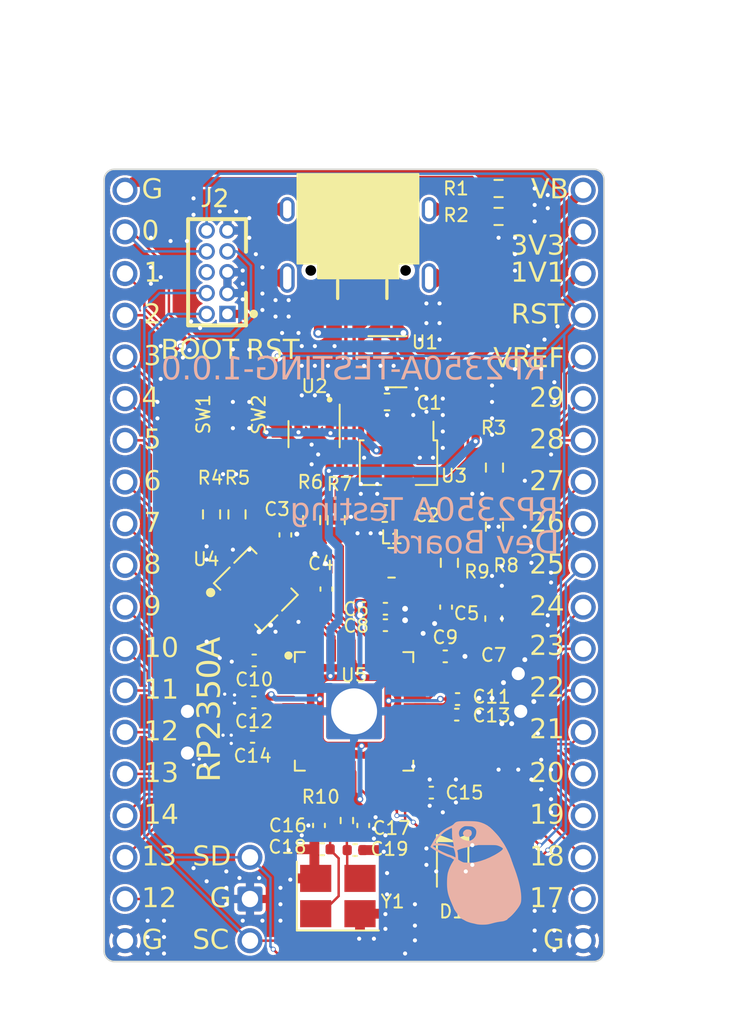
<source format=kicad_pcb>
(kicad_pcb (version 20240108) (generator "pcbnew") (generator_version "8.0")
  (title_block (title "RP2350-Testing") (rev "1.0.0") (company "Atsushi Morimoto (@74th)"))
  (layers (0 "F.Cu" signal) (31 "B.Cu" signal) (34 "B.Paste" user) (35 "F.Paste" user) (36 "B.SilkS" user "B.Silkscreen") (37 "F.SilkS" user "F.Silkscreen") (38 "B.Mask" user) (39 "F.Mask" user) (44 "Edge.Cuts" user))
  (net 0 "")
  (net 1 "GND")
  (net 2 "+1V1")
  (net 3 "+3V3")
  (net 4 "+5V")
  (net 5 "/GPIO7")
  (net 6 "/GPIO0")
  (net 7 "/GPIO18")
  (net 8 "VBUS")
  (net 9 "/GPIO1")
  (net 10 "/GPIO8")
  (net 11 "/GPIO26")
  (net 12 "/GPIO24")
  (net 13 "/GPIO28")
  (net 14 "/GPIO25")
  (net 15 "/GPIO6")
  (net 16 "/GPIO27")
  (net 17 "/ADC_VREF")
  (net 18 "/GPIO11")
  (net 19 "/GPIO21")
  (net 20 "/GPIO3")
  (net 21 "/GPIO22")
  (net 22 "/GPIO19")
  (net 23 "/GPIO9")
  (net 24 "/GPIO23")
  (net 25 "/GPIO16")
  (net 26 "/GPIO2")
  (net 27 "/GPIO10")
  (net 28 "/GPIO20")
  (net 29 "/GPIO29")
  (net 30 "/GPIO17")
  (net 31 "/GPIO15")
  (net 32 "/GPIO14")
  (net 33 "/GPIO13")
  (net 34 "/GPIO12")
  (net 35 "/GPIO5")
  (net 36 "/GPIO4")
  (net 37 "Net-(J1-CC2)")
  (net 38 "/USBDP")
  (net 39 "/USBDM")
  (net 40 "Net-(J1-CC1)")
  (net 41 "/SWDIO")
  (net 43 "/SWCLK")
  (net 44 "/RUN")
  (net 45 "/QSPI_SS")
  (net 46 "/QSPI_IO0")
  (net 47 "/QSPI_IO3")
  (net 48 "/QSPI_IO2")
  (net 49 "/QSPI_IO1")
  (net 50 "/QSPI_CLK")
  (net 51 "Net-(C19-Pad1)")
  (net 54 "Net-(U5-VREG_AVDD)")
  (net 55 "Net-(U5-ADC_AVDD)")
  (net 56 "Net-(U5-XIN)")
  (net 57 "Net-(D1-A)")
  (net 58 "Net-(U5-VREG_LX)")
  (net 59 "Net-(R4-Pad2)")
  (net 60 "Net-(U5-USB_DP)")
  (net 61 "Net-(U5-USB_DM)")
  (net 62 "Net-(U5-XOUT)")
  (footprint "74th:PinOut_Pin_3_2GND" (layer "F.Cu") (at 66.04 83.82 90)
    (property "Reference" "CH3" (hide yes))
    (property "Value" "SWD_3Pin" (hide yes))
  )
  (footprint "74th:PinOut_Pin_19" (layer "F.Cu") (at 86.36 38.1 -90)
    (property "Reference" "CH2" (hide yes))
    (property "Value" "Pin_19" (hide yes))
  )
  (footprint "74th:Capacitor_0402_1005_m" (layer "F.Cu") (at 78 63.5 -90)
    (property "Reference" "C5")
    (property "Value" "4.7u")
  )
  (footprint "74th:Register_0603_1608" (layer "F.Cu") (at 63.7 57.85 90)
    (property "Reference" "R4")
    (property "Value" "1k" (hide yes))
  )
  (footprint "74th:Connector_HalfPinHeader_SWD" (layer "F.Cu") (at 64.67 45.64 180)
    (property "Reference" "J2")
    (property "Value" "SWD_10Pin_MCU-Side" (hide yes))
  )
  (footprint "74th:Register_0603_1608" (layer "F.Cu") (at 81.2 38)
    (property "Reference" "R1")
    (property "Value" "5.1k" (hide yes))
  )
  (footprint "74th:Register_0603_1608" (layer "F.Cu") (at 81.2 39.7)
    (property "Reference" "R2")
    (property "Value" "5.1k" (hide yes))
  )
  (footprint "74th:Register_0603_1608" (layer "F.Cu") (at 65.25 57.85 -90)
    (property "Reference" "R5")
    (property "Value" "10k" (hide yes))
  )
  (footprint "74th:Register_0603_1608" (layer "F.Cu") (at 80.95 55 -90)
    (property "Reference" "R3")
    (property "Value" "200" (hide yes))
  )
  (footprint "74th:Connector_USB-C-Receptacle_SMT_12-Pin_Simple" (layer "F.Cu") (at 72.64 39.37 180)
    (property "Reference" "J1" (hide yes))
    (property "Value" "USB2.0-C_SMT")
  )
  (footprint "74th:Package_SOT-23" (layer "F.Cu") (at 74.9375 48.55)
    (property "Reference" "U1")
    (property "Value" "CH213K")
  )
  (footprint "74th:Capacitor_0402_1005" (layer "F.Cu") (at 78.65 70.05)
    (property "Reference" "C13")
    (property "Value" "0.1u")
  )
  (footprint "74th:Capacitor_0402_1005" (layer "F.Cu") (at 70.25 76.8 -90)
    (property "Reference" "C16")
    (property "Value" "0.1u")
  )
  (footprint "74th:Capacitor_0402_1005" (layer "F.Cu") (at 77.95 66.5)
    (property "Reference" "C9")
    (property "Value" "0.1u")
  )
  (footprint "74th:LED_0805_2012" (layer "F.Cu") (at 78.4 79.5325 -90)
    (property "Reference" "D1")
    (property "Value" "Blue" (hide yes))
  )
  (footprint "74th:Capacitor_0402_1005_m" (layer "F.Cu") (at 74.3 64.6)
    (property "Reference" "C8")
    (property "Value" "4.7u")
  )
  (footprint "74th:Capacitor_0402_1005" (layer "F.Cu") (at 72.95 76.8 -90)
    (property "Reference" "C17")
    (property "Value" "0.1u")
  )
  (footprint "74th:Crystal_SMD_3225-4Pin_3.2x2.5mm_HandSoldering" (layer "F.Cu") (at 71.4 81.1)
    (property "Reference" "Y1")
    (property "Value" "12M")
  )
  (footprint "74th:Package_SOT-23-5" (layer "F.Cu") (at 69.95 52.9625 -90)
    (property "Reference" "U2")
    (property "Value" "TLV74311")
  )
  (footprint "74th:Capacitor_0402_1005" (layer "F.Cu") (at 68.2 59.1 90)
    (property "Reference" "C3")
    (property "Value" "0.1u")
  )
  (footprint "74th:Capacitor_0402_1005" (layer "F.Cu") (at 66.28 69.3 180)
    (property "Reference" "C12")
    (property "Value" "0.1u")
  )
  (footprint "74th:Capacitor_0402_1005" (layer "F.Cu") (at 66.3 66.75 180)
    (property "Reference" "C10")
    (property "Value" "0.1u")
  )
  (footprint "74th:Inductor_4.1x4.5mm_testing" (layer "F.Cu") (at 74.675 60.8)
    (property "Reference" "L1")
    (property "Value" "3.3u")
  )
  (footprint "74th:Package_USON-8_3x4mm_P0.8" (layer "F.Cu") (at 66.4 62.4 45)
    (property "Reference" "U4")
    (property "Value" "W25Q32JVSS" (hide yes))
  )
  (footprint "74th:Capacitor_0402_1005" (layer "F.Cu") (at 77.1 74.8)
    (property "Reference" "C15")
    (property "Value" "0.1u")
  )
  (footprint "74th:Register_0603_1608" (layer "F.Cu") (at 69.8 58.2 90)
    (property "Reference" "R6")
    (property "Value" "27" (hide yes))
  )
  (footprint "74th:Capacitor_0402_1005" (layer "F.Cu") (at 78.7 69.1)
    (property "Reference" "C11")
    (property "Value" "0.1u")
  )
  (footprint "74th:Capacitor_0402_1005" (layer "F.Cu") (at 70.7 62.4 90)
    (property "Reference" "C4")
    (property "Value" "0.1u")
  )
  (footprint "74th:Capacitor_0402_1005" (layer "F.Cu") (at 72.45 78.3)
    (property "Reference" "C19")
    (property "Value" "10p")
  )
  (footprint "74th:Package_QFN-60-1EP_7x7mm_P0.4mm_EP3.4x3.4mm_hand" (layer "F.Cu") (at 72.39 69.85)
    (property "Reference" "U5")
    (property "Value" "RP2350A" (hide yes))
  )
  (footprint "74th:Capacitor_0402_1005" (layer "F.Cu") (at 70.45 78.25 180)
    (property "Reference" "C18")
    (property "Value" "10p")
  )
  (footprint "74th:Switch_SKRPABE010_Pin-4" (layer "F.Cu") (at 63.2 51.75 90)
    (property "Reference" "SW1")
    (property "Value" "SKRPABE010" (hide yes))
  )
  (footprint "74th:Register_0603_1608" (layer "F.Cu") (at 78.2 60.8 -90)
    (property "Reference" "R9")
    (property "Value" "33" (hide yes))
  )
  (footprint "74th:Capacitor_0402_1005" (layer "F.Cu") (at 66.2 71.4 180)
    (property "Reference" "C14")
    (property "Value" "0.1u")
  )
  (footprint "74th:PinOut_Pin_19" (layer "F.Cu") (at 58.42 38.1 -90)
    (property "Reference" "CH1" (hide yes))
    (property "Value" "Pin_19" (hide yes))
  )
  (footprint "74th:Capacitor_0603_1608" (layer "F.Cu") (at 80.9 64.3 90)
    (property "Reference" "C7")
    (property "Value" "0.1u" (hide yes))
  )
  (footprint "74th:Switch_SKRPABE010_Pin-4" (layer "F.Cu") (at 66.575 51.775 90)
    (property "Reference" "SW2")
    (property "Value" "SKRPABE010" (hide yes))
  )
  (footprint "74th:Register_0402_1005" (layer "F.Cu") (at 71.95 76.5 90)
    (property "Reference" "R10")
    (property "Value" "1k")
  )
  (footprint "74th:Capacitor_0603_1608" (layer "F.Cu") (at 74.3 51)
    (property "Reference" "C1")
    (property "Value" "10u" (hide yes))
  )
  (footprint "74th:Package_SOT-89-3" (layer "F.Cu") (at 75.1 54.7 -90)
    (property "Reference" "U3")
    (property "Value" "AMS1117")
  )
  (footprint "74th:Register_0603_1608" (layer "F.Cu") (at 71.3 58.2 90)
    (property "Reference" "R7")
    (property "Value" "27" (hide yes))
  )
  (footprint "74th:Register_0603_1608" (layer "F.Cu") (at 80.6 79.5 90)
    (property "Reference" "R11")
    (property "Value" "10k" (hide yes))
  )
  (footprint "74th:Capacitor_0603_1608" (layer "F.Cu") (at 74.3625 57.8 180)
    (property "Reference" "C2")
    (property "Value" "10u" (hide yes))
  )
  (footprint "74th:Register_0603_1608" (layer "F.Cu") (at 80.95 58.6 -90)
    (property "Reference" "R8")
    (property "Value" "1" (hide yes))
  )
  (footprint "74th:Capacitor_0402_1005_m" (layer "F.Cu") (at 74.3 63.6)
    (property "Reference" "C6")
    (property "Value" "4.7u")
  )
  (footprint "74th:Logo_74th_7.5mm" (layer "B.Cu") (at 80.01 80.01 180)
    (property "Reference" "MISC-ICON" (hide yes))
    (property "Value" "LOGO" (hide yes))
  )
  (gr_line (start 86.995 36.83) (end 57.785 36.83) (stroke (width 0.1)) (layer "Edge.Cuts"))
  (gr_arc (start 86.995 36.83) (mid 87.444013 37.015987) (end 87.63 37.465) (stroke (width 0.1)) (layer "Edge.Cuts"))
  (gr_arc (start 57.15 37.465) (mid 57.335987 37.015987) (end 57.785 36.83) (stroke (width 0.1)) (layer "Edge.Cuts"))
  (gr_line (start 86.995 85.09) (end 57.785 85.09) (stroke (width 0.1)) (layer "Edge.Cuts"))
  (gr_arc (start 57.785 85.09) (mid 57.335987 84.904013) (end 57.15 84.455) (stroke (width 0.1)) (layer "Edge.Cuts"))
  (gr_line (start 57.15 84.455) (end 57.15 37.465) (stroke (width 0.1)) (layer "Edge.Cuts"))
  (gr_line (start 87.63 84.455) (end 87.63 37.465) (stroke (width 0.1)) (layer "Edge.Cuts"))
  (gr_arc (start 87.63 84.455) (mid 87.444013 84.904013) (end 86.995 85.09) (stroke (width 0.1)) (layer "Edge.Cuts"))
  (gr_text "Dev Board" (at 84.9 59.65 0) (layer "B.SilkS") (effects (font (size 1.4 1.4) (thickness 0.12)) (justify left mirror)))
  (gr_text "RP2350A-TESTING-${REVISION}" (at 84.1 49.05 0) (layer "B.SilkS") (effects (font (size 1.4 1.4) (thickness 0.12)) (justify left mirror)))
  (gr_text "RP2350A Testing" (at 84.85 57.65 0) (layer "B.SilkS") (effects (font (size 1.4 1.4) (thickness 0.12)) (justify left mirror)))
  (gr_text "3V3" (at 85.217 41.529 0) (layer "F.SilkS") (effects (font (size 1.2 1.2) (thickness 0.12)) (justify right)))
  (gr_text "G" (at 85.217 83.82 0) (layer "F.SilkS") (effects (font (size 1.2 1.2) (thickness 0.12)) (justify right)))
  (gr_text "20" (at 85.217 73.66 0) (layer "F.SilkS") (effects (font (size 1.2 1.2) (thickness 0.12)) (justify right)))
  (gr_text "1" (at 59.563 43.18 0) (layer "F.SilkS") (effects (font (size 1.2 1.2) (thickness 0.12)) (justify left)))
  (gr_text "RP2350A" (at 63.627 74.168 90) (layer "F.SilkS") (effects (font (size 1.4 1.4) (thickness 0.12)) (justify left)))
  (gr_text "13" (at 59.436 78.74 0) (layer "F.SilkS") (effects (font (size 1.2 1.2) (thickness 0.12)) (justify left)))
  (gr_text "10" (at 59.563 66.04 0) (layer "F.SilkS") (effects (font (size 1.2 1.2) (thickness 0.12)) (justify left)))
  (gr_text "12" (at 59.436 81.28 0) (layer "F.SilkS") (effects (font (size 1.2 1.2) (thickness 0.12)) (justify left)))
  (gr_text "11" (at 59.563 68.58 0) (layer "F.SilkS") (effects (font (size 1.2 1.2) (thickness 0.12)) (justify left)))
  (gr_text "SC" (at 64.77 83.82 0) (layer "F.SilkS") (effects (font (size 1.2 1.2) (thickness 0.12)) (justify right)))
  (gr_text "17" (at 85.217 81.28 0) (layer "F.SilkS") (effects (font (size 1.2 1.2) (thickness 0.12)) (justify right)))
  (gr_text "0" (at 59.436 40.64 0) (layer "F.SilkS") (effects (font (size 1.2 1.2) (thickness 0.12)) (justify left)))
  (gr_text "21" (at 85.217 70.993 0) (layer "F.SilkS") (effects (font (size 1.2 1.2) (thickness 0.12)) (justify right)))
  (gr_text "25" (at 85.217 60.96 0) (layer "F.SilkS") (effects (font (size 1.2 1.2) (thickness 0.12)) (justify right)))
  (gr_text "9" (at 59.563 63.5 0) (layer "F.SilkS") (effects (font (size 1.2 1.2) (thickness 0.12)) (justify left)))
  (gr_text "13" (at 59.563 73.66 0) (layer "F.SilkS") (effects (font (size 1.2 1.2) (thickness 0.12)) (justify left)))
  (gr_text "2" (at 59.563 45.72 0) (layer "F.SilkS") (effects (font (size 1.2 1.2) (thickness 0.12)) (justify left)))
  (gr_text "14" (at 59.563 76.2 0) (layer "F.SilkS") (effects (font (size 1.2 1.2) (thickness 0.12)) (justify left)))
  (gr_text "7" (at 59.563 58.42 0) (layer "F.SilkS") (effects (font (size 1.2 1.2) (thickness 0.12)) (justify left)))
  (gr_text "G" (at 64.897 81.28 0) (layer "F.SilkS") (effects (font (size 1.2 1.2) (thickness 0.12)) (justify right)))
  (gr_text "8" (at 59.563 60.96 0) (layer "F.SilkS") (effects (font (size 1.2 1.2) (thickness 0.12)) (justify left)))
  (gr_text "27" (at 85.217 55.88 0) (layer "F.SilkS") (effects (font (size 1.2 1.2) (thickness 0.12)) (justify right)))
  (gr_text "19" (at 85.217 76.2 0) (layer "F.SilkS") (effects (font (size 1.2 1.2) (thickness 0.12)) (justify right)))
  (gr_text "RST" (at 85.217 45.72 0) (layer "F.SilkS") (effects (font (size 1.2 1.2) (thickness 0.12)) (justify right)))
  (gr_text "5" (at 59.563 53.34 0) (layer "F.SilkS") (effects (font (size 1.2 1.2) (thickness 0.12)) (justify left)))
  (gr_text "3" (at 59.563 48.26 0) (layer "F.SilkS") (effects (font (size 1.2 1.2) (thickness 0.12)) (justify left)))
  (gr_text "22" (at 85.217 68.453 0) (layer "F.SilkS") (effects (font (size 1.2 1.2) (thickness 0.12)) (justify right)))
  (gr_text "G" (at 59.436 38.1 0) (layer "F.SilkS") (effects (font (size 1.2 1.2) (thickness 0.12)) (justify left)))
  (gr_text "23" (at 85.217 65.913 0) (layer "F.SilkS") (effects (font (size 1.2 1.2) (thickness 0.12)) (justify right)))
  (gr_text "4" (at 59.436 50.8 0) (layer "F.SilkS") (effects (font (size 1.2 1.2) (thickness 0.12)) (justify left)))
  (gr_text "VB" (at 85.471 38.1 0) (layer "F.SilkS") (effects (font (size 1.2 1.2) (thickness 0.12)) (justify right)))
  (gr_text "VREF" (at 85.217 48.387 0) (layer "F.SilkS") (effects (font (size 1.2 1.2) (thickness 0.12)) (justify right)))
  (gr_text "1V1" (at 85.217 43.18 0) (layer "F.SilkS") (effects (font (size 1.2 1.2) (thickness 0.12)) (justify right)))
  (gr_text "18" (at 85.217 78.74 0) (layer "F.SilkS") (effects (font (size 1.2 1.2) (thickness 0.12)) (justify right)))
  (gr_text "SD" (at 64.897 78.74 0) (layer "F.SilkS") (effects (font (size 1.2 1.2) (thickness 0.12)) (justify right)))
  (gr_text "28" (at 85.217 53.34 0) (layer "F.SilkS") (effects (font (size 1.2 1.2) (thickness 0.12)) (justify right)))
  (gr_text "29" (at 85.217 50.8 0) (layer "F.SilkS") (effects (font (size 1.2 1.2) (thickness 0.12)) (justify right)))
  (gr_text "26" (at 85.217 58.42 0) (layer "F.SilkS") (effects (font (size 1.2 1.2) (thickness 0.12)) (justify right)))
  (gr_text "12" (at 59.563 71.12 0) (layer "F.SilkS") (effects (font (size 1.2 1.2) (thickness 0.12)) (justify left)))
  (gr_text "G" (at 59.436 83.82 0) (layer "F.SilkS") (effects (font (size 1.2 1.2) (thickness 0.12)) (justify left)))
  (gr_text "24" (at 85.217 63.5 0) (layer "F.SilkS") (effects (font (size 1.2 1.2) (thickness 0.12)) (justify right)))
  (gr_text "6" (at 59.563 55.88 0) (layer "F.SilkS") (effects (font (size 1.2 1.2) (thickness 0.12)) (justify left)))
  (segment (start 70.7 61.36967) (end 70.7 61.92) (width 0.3) (layer "F.Cu") (net 1))
  (segment (start 69.97 78.25) (end 69.97 79.945) (width 0.6) (layer "F.Cu") (net 1))
  (segment (start 77.78 64.02) (end 78 64.02) (width 0.3) (layer "F.Cu") (net 1))
  (segment (start 72.75 83.65) (end 72.7 83.7) (width 0.6) (layer "F.Cu") (net 1))
  (segment (start 69.97 78.25) (end 68.45 78.25) (width 0.6) (layer "F.Cu") (net 1))
  (segment (start 67.3 64.2) (end 67.3 64.6) (width 0.3) (layer "F.Cu") (net 1))
  (segment (start 65 66.75) (end 65.82 66.75) (width 0.6) (layer "F.Cu") (net 1))
  (segment (start 66.8 63.7) (end 67.3 64.2) (width 0.3) (layer "F.Cu") (net 1))
  (segment (start 66.04939 64.45061) (end 66.8 63.7) (width 0.3) (layer "F.Cu") (net 1))
  (segment (start 72.75 82.175) (end 72.75 83.65) (width 0.6) (layer "F.Cu") (net 1))
  (segment (start 68.5 80.1) (end 68.575 80.025) (width 0.6) (layer "F.Cu") (net 1))
  (segment (start 72.93 78.3) (end 74.1 78.3) (width 0.6) (layer "F.Cu") (net 1))
  (segment (start 68.575 80.025) (end 70.05 80.025) (width 0.6) (layer "F.Cu") (net 1))
  (segment (start 74.82 63.6) (end 74.82 64.6) (width 0.5) (layer "F.Cu") (net 1))
  (segment (start 70.65 61.31967) (end 70.7 61.36967) (width 0.3) (layer "F.Cu") (net 1))
  (segment (start 69.97 78.25) (end 69.97 77.56) (width 0.6) (layer "F.Cu") (net 1))
  (segment (start 79.16 66.49) (end 79.15 66.5) (width 0.6) (layer "F.Cu") (net 1))
  (segment (start 66.046447 64.45061) (end 66.05061 64.45061) (width 0.3) (layer "F.Cu") (net 1))
  (segment (start 70.65 60.85) (end 70.65 61.31967) (width 0.3) (layer "F.Cu") (net 1))
  (segment (start 74.82 64.6) (end 75.2 64.6) (width 0.5) (layer "F.Cu") (net 1))
  (segment (start 78.44 66.49) (end 78.43 66.5) (width 0.6) (layer "F.Cu") (net 1))
  (segment (start 64.93 66.82) (end 65 66.75) (width 0.6) (layer "F.Cu") (net 1))
  (segment (start 74.82 63.6) (end 75.5 63.6) (width 0.5) (layer "F.Cu") (net 1))
  (segment (start 79.15 66.5) (end 79.14 66.49) (width 0.6) (layer "F.Cu") (net 1))
  (segment (start 79.14 66.49) (end 78.44 66.49) (width 0.6) (layer "F.Cu") (net 1))
  (segment (start 74.275 82.175) (end 74.3 82.2) (width 0.6) (layer "F.Cu") (net 1))
  (segment (start 66.05061 64.45061) (end 66.6 65) (width 0.3) (layer "F.Cu") (net 1))
  (segment (start 72.75 82.175) (end 74.275 82.175) (width 0.6) (layer "F.Cu") (net 1))
  (segment (start 77.3 64.5) (end 77.78 64.02) (width 0.3) (layer "F.Cu") (net 1))
  (segment (start 68.45 78.25) (end 68.4 78.3) (width 0.6) (layer "F.Cu") (net 1))
  (segment (start 66.046447 64.45061) (end 66.04939 64.45061) (width 0.3) (layer "F.Cu") (net 1))
  (segment (start 74.1 78.3) (end 74.2 78.4) (width 0.6) (layer "F.Cu") (net 1))
  (segment (start 79.19 66.49) (end 79.16 66.49) (width 0.6) (layer "F.Cu") (net 1))
  (segment (start 75.2 64.6) (end 75.5 64.3) (width 0.5) (layer "F.Cu") (net 1))
  (segment (start 69.97 77.56) (end 70.25 77.28) (width 0.6) (layer "F.Cu") (net 1))
  (via (at 84.4 62) (size 0.4) (drill 0.25) (layers "F.Cu" "B.Cu") (net 1))
  (via (at 82.4 67.55) (size 1) (drill 0.8) (layers "F.Cu" "B.Cu") (net 1))
  (via (at 64.2 39.4) (size 0.4) (drill 0.25) (layers "F.Cu" "B.Cu") (net 1))
  (via (at 76.8 79.2) (size 0.4) (drill 0.25) (layers "F.Cu" "B.Cu") (net 1))
  (via (at 76.1 82.9) (size 0.4) (drill 0.25) (layers "F.Cu" "B.Cu") (net 1))
  (via (at 76.4 54.4) (size 0.4) (drill 0.25) (layers "F.Cu" "B.Cu") (net 1))
  (via (at 64.6 79.6) (size 0.4) (drill 0.25) (layers "F.Cu" "B.Cu") (net 1))
  (via (at 84.4 76) (size 0.4) (drill 0.25) (layers "F.Cu" "B.Cu") (net 1))
  (via (at 63.4 59.8) (size 0.4) (drill 0.25) (layers "F.Cu" "B.Cu") (net 1))
  (via (at 73.8 56) (size 0.4) (drill 0.25) (layers "F.Cu" "B.Cu") (net 1))
  (via (at 83.8 74.6) (size 0.4) (drill 0.25) (layers "F.Cu" "B.Cu") (net 1))
  (via (at 74.4 81) (size 0.4) (drill 0.25) (layers "F.Cu" "B.Cu") (net 1))
  (via (at 66 41) (size 0.4) (drill 0.25) (layers "F.Cu" "B.Cu") (net 1))
  (via (at 80 69.05) (size 0.45) (drill 0.3) (layers "F.Cu" "B.Cu") (net 1))
  (via (at 76 51.8) (size 0.4) (drill 0.25) (layers "F.Cu" "B.Cu") (net 1))
  (via (at 81.4 62.2) (size 0.4) (drill 0.25) (layers "F.Cu" "B.Cu") (net 1))
  (via (at 74 59) (size 0.4) (drill 0.25) (layers "F.Cu" "B.Cu") (net 1))
  (via (at 59.8 83.6) (size 0.4) (drill 0.25) (layers "F.Cu" "B.Cu") (net 1))
  (via (at 77.8 76) (size 0.4) (drill 0.25) (layers "F.Cu" "B.Cu") (net 1))
  (via (at 78.6 74) (size 0.4) (drill 0.25) (layers "F.Cu" "B.Cu") (net 1))
  (via (at 79.15 66.5) (size 0.45) (drill 0.3) (layers "F.Cu" "B.Cu") (net 1))
  (via (at 69.2 77.4) (size 0.4) (drill 0.25) (layers "F.Cu" "B.Cu") (net 1))
  (via (at 72.7 83.7) (size 0.4) (drill 0.25) (layers "F.Cu" "B.Cu") (net 1))
  (via (at 65 47.8) (size 0.4) (drill 0.25) (layers "F.Cu" "B.Cu") (net 1))
  (via (at 67.6 45.8) (size 0.4) (drill 0.25) (layers "F.Cu" "B.Cu") (net 1))
  (via (at 64.2 66.6) (size 0.4) (drill 0.25) (layers "F.Cu" "B.Cu") (net 1))
  (via (at 80 69.9) (size 0.45) (drill 0.3) (layers "F.Cu" "B.Cu") (net 1))
  (via (at 63.4 60.6) (size 0.4) (drill 0.25) (layers "F.Cu" "B.Cu") (net 1))
  (via (at 61.95 48.3) (size 0.4) (drill 0.25) (layers "F.Cu" "B.Cu") (net 1))
  (via (at 65 51) (size 0.4) (drill 0.25) (layers "F.Cu" "B.Cu") (net 1))
  (via (at 76.1 83.8) (size 0.4) (drill 0.25) (layers "F.Cu" "B.Cu") (net 1))
  (via (at 68.4 45.8) (size 0.4) (drill 0.25) (layers "F.Cu" "B.Cu") (net 1))
  (via (at 76.2 50.2) (size 0.4) (drill 0.25) (layers "F.Cu" "B.Cu") (net 1))
  (via (at 66.6 65) (size 0.45) (drill 0.3) (layers "F.Cu" "B.Cu") (net 1))
  (via (at 62.2 41.2) (size 0.4) (drill 0.25) (layers "F.Cu" "B.Cu") (net 1))
  (via (at 83.4 38) (size 0.4) (drill 0.25) (layers "F.Cu" "B.Cu") (net 1))
  (via (at 84.4 73.4) (size 0.4) (drill 0.25) (layers "F.Cu" "B.Cu") (net 1))
  (via (at 83.6 71.2) (size 0.4) (drill 0.25) (layers "F.Cu" "B.Cu") (net 1))
  (via (at 66.8 82.6) (size 0.4) (drill 0.25) (layers "F.Cu" "B.Cu") (net 1))
  (via (at 63 46.5) (size 0.4) (drill 0.25) (layers "F.Cu" "B.Cu") (net 1))
  (via (at 76.6 65.1) (size 0.45) (drill 0.3) (layers "F.Cu" "B.Cu") (net 1))
  (via (at 82 70.6) (size 0.45) (drill 0.3) (layers "F.Cu" "B.Cu") (net 1))
  (via (at 62.35 47.85) (size 0.4) (drill 0.25) (layers "F.Cu" "B.Cu") (net 1))
  (via (at 60.4 52) (size 0.4) (drill 0.25) (layers "F.Cu" "B.Cu") (net 1))
  (via (at 84.6 83.2) (size 0.4) (drill 0.25) (layers "F.Cu" "B.Cu") (net 1))
  (via (at 65.6 82.6) (size 0.4) (drill 0.25) (layers "F.Cu" "B.Cu") (net 1))
  (via (at 68 46.8) (size 0.4) (drill 0.25) (layers "F.Cu" "B.Cu") (net 1))
  (via (at 70.8 50.6) (size 0.4) (drill 0.25) (layers "F.Cu" "B.Cu") (net 1))
  (via (at 64.4 71.3) (size 0.3) (drill 0.2) (layers "F.Cu" "B.Cu") (net 1))
  (via (at 66 39.8) (size 0.4) (drill 0.25) (layers "F.Cu" "B.Cu") (net 1))
  (via (at 68.9 59.05) (size 0.45) (drill 0.3) (layers "F.Cu" "B.Cu") (net 1))
  (via (at 70 48.8) (size 0.4) (drill 0.25) (layers "F.Cu" "B.Cu") (net 1))
  (via (at 84.6 51) (size 0.4) (drill 0.25) (layers "F.Cu" "B.Cu") (net 1))
  (via (at 72.2 58) (size 0.4) (drill 0.25) (layers "F.Cu" "B.Cu") (net 1))
  (via (at 67.6 44.8) (size 0.4) (drill 0.25) (layers "F.Cu" "B.Cu") (net 1))
  (via (at 80.8 53) (size 0.4) (drill 0.25) (layers "F.Cu" "B.Cu") (net 1))
  (via (at 84.2 64.6) (size 0.4) (drill 0.25) (layers "F.Cu" "B.Cu") (net 1))
  (via (at 80.8 69.05) (size 0.45) (drill 0.3) (layers "F.Cu" "B.Cu") (net 1))
  (via (at 72.8 56) (size 0.4) (drill 0.25) (layers "F.Cu" "B.Cu") (net 1))
  (via (at 70 50.6) (size 0.4) (drill 0.25) (layers "F.Cu" "B.Cu") (net 1))
  (via (at 64.9 71.3) (size 0.3) (drill 0.2) (layers "F.Cu" "B.Cu") (net 1))
  (via (at 69 64.4) (size 0.4) (drill 0.25) (layers "F.Cu" "B.Cu") (net 1))
  (via (at 79.6 56.6) (size 0.4) (drill 0.25) (layers "F.Cu" "B.Cu") (net 1))
  (via (at 61.2 41.2) (size 0.4) (drill 0.25) (layers "F.Cu" "B.Cu") (net 1))
  (via (at 63.3 73.1) (size 0.3) (drill 0.2) (layers "F.Cu" "B.Cu") (net 1))
  (via (at 74.4 79.7) (size 0.4) (drill 0.25) (layers "F.Cu" "B.Cu") (net 1))
  (via (at 70 60.25) (size 0.45) (drill 0.3) (layers "F.Cu" "B.Cu") (net 1))
  (via (at 80.8 61.6) (size 0.4) (drill 0.25) (layers "F.Cu" "B.Cu") (net 1))
  (via (at 82.8 55.8) (size 0.4) (drill 0.25) (layers "F.Cu" "B.Cu") (net 1))
  (via (at 81.2 41) (size 0.4) (drill 0.25) (layers "F.Cu" "B.Cu") (net 1))
  (via (at 76.8 50.8) (size 0.4) (drill 0.25) (layers "F.Cu" "B.Cu") (net 1))
  (via (at 64.4 55.4) (size 0.4) (drill 0.25) (layers "F.Cu" "B.Cu") (net 1))
  (via (at 69.2 50.6) (size 0.4) (drill 0.25) (layers "F.Cu" "B.Cu") (net 1))
  (via (at 60 41) (size 0.4) (drill 0.25) (layers "F.Cu" "B.Cu") (net 1))
  (via (at 70.8 48.8) (size 0.4) (drill 0.25) (layers "F.Cu" "B.Cu") (net 1))
  (via (at 82.55 69.85) (size 1) (drill 0.8) (layers "F.Cu" "B.Cu") (net 1))
  (via (at 68.4 44.8) (size 0.4) (drill 0.25) (layers "F.Cu" "B.Cu") (net 1))
  (via (at 69.2 47.6) (size 0.4) (drill 0.25) (layers "F.Cu" "B.Cu") (net 1))
  (via (at 73.6 83.7) (size 0.4) (drill 0.25) (layers "F.Cu" "B.Cu") (net 1))
  (via (at 62.6 79.4) (size 0.4) (drill 0.25) (layers "F.Cu" "B.Cu") (net 1))
  (via (at 83.2 59.8) (size 0.4) (drill 0.25) (layers "F.Cu" "B.Cu") (net 1))
  (via (at 62.6 38.6) (size 0.4) (drill 0.25) (layers "F.Cu" "B.Cu") (net 1))
  (via (at 82.8 58.6) (size 0.4) (drill 0.25) (layers "F.Cu" "B.Cu") (net 1))
  (via (at 80.2 56.6) (size 0.4) (drill 0.25) (layers "F.Cu" "B.Cu") (net 1))
  (via (at 83.4 39) (size 0.4) (drill 0.25) (layers "F.Cu" "B.Cu") (net 1))
  (via (at 62.6 73.1) (size 0.3) (drill 0.2) (layers "F.Cu" "B.Cu") (net 1))
  (via (at 73.4 59) (size 0.4) (drill 0.25) (layers "F.Cu" "B.Cu") (net 1))
  (via (at 76 73.2) (size 0.4) (drill 0.25) (layers "F.Cu" "B.Cu") (net 1))
  (via (at 69.8 54.8) (size 0.4) (drill 0.25) (layers "F.Cu" "B.Cu") (net 1))
  (via (at 63.4 65.6) (size 0.4) (drill 0.25) (layers "F.Cu" "B.Cu") (net 1))
  (via (at 84.6 49.8) (size 0.4) (drill 0.25) (layers "F.Cu" "B.Cu") (net 1))
  (via (at 60 42.8) (size 0.4) (drill 0.25) (layers "F.Cu" "B.Cu") (net 1))
  (via (at 65 52.6) (size 0.4) (drill 0.25) (layers "F.Cu" "B.Cu") (net 1))
  (via (at 82.8 66.7) (size 0.45) (drill 0.3) (layers "F.Cu" "B.Cu") (net 1))
  (via (at 66.8 42.8) (size 0.4) (drill 0.25) (layers "F.Cu" "B.Cu") (net 1))
  (via (at 65.6 43) (size 0.4) (drill 0.25) (layers "F.Cu" "B.Cu") (net 1))
  (via (at 64.6 80.6) (size 0.4) (drill 0.25) (layers "F.Cu" "B.Cu") (net 1))
  (via (at 83.2 60.8) (size 0.4) (drill 0.25) (layers "F.Cu" "B.Cu") (net 1))
  (via (at 77.8 51.8) (size 0.4) (drill 0.25) (layers "F.Cu" "B.Cu") (net 1))
  (via (at 76.8 51.6) (size 0.4) (drill 0.25) (layers "F.Cu" "B.Cu") (net 1))
  (via (at 65.4 80) (size 0.4) (drill 0.25) (layers "F.Cu" "B.Cu") (net 1))
  (via (at 71.2 47.6) (size 0.4) (drill 0.25) (layers "F.Cu" "B.Cu") (net 1))
  (via (at 70.65 60.85) (size 0.45) (drill 0.3) (layers "F.Cu" "B.Cu") (net 1))
  (via (at 69.6 76.8) (size 0.4) (drill 0.25) (layers "F.Cu" "B.Cu") (net 1))
  (via (at 60.8 83.6) (size 0.4) (drill 0.25) (layers "F.Cu" "B.Cu") (net 1))
  (via (at 64.6 81.6) (size 0.4) (drill 0.25) (layers "F.Cu" "B.Cu") (net 1))
  (via (at 80.8 50) (size 0.4) (drill 0.25) (layers "F.Cu" "B.Cu") (net 1))
  (via (at 84.2 38.4) (size 0.4) (drill 0.25) (layers "F.Cu" "B.Cu") (net 1))
  (via (at 70 47.6) (size 0.4) (drill 0.25) (layers "F.Cu" "B.Cu") (net 1))
  (via (at 74.4 51.8) (size 0.4) (drill 0.25) (layers "F.Cu" "B.Cu") (net 1))
  (via (at 76.8 46.2) (size 0.4) (drill 0.25) (layers "F.Cu" "B.Cu") (net 1))
  (via (at 68.4 78.3) (size 0.4) (drill 0.25) (layers "F.Cu" "B.Cu") (net 1))
  (via (at 66 47.8) (size 0.4) (drill 0.25) (layers "F.Cu" "B.Cu") (net 1))
  (via (at 79.2 79.6) (size 0.4) (drill 0.25) (layers "F.Cu" "B.Cu") (net 1))
  (via (at 81.4 64.2) (size 0.4) (drill 0.25) (layers "F.Cu" "B.Cu") (net 1))
  (via (at 77.3 64.5) (size 0.45) (drill 0.3) (layers "F.Cu" "B.Cu") (net 1))
  (via (at 76.1 81.6) (size 0.4) (drill 0.25) (layers "F.Cu" "B.Cu") (net 1))
  (via (at 83.2 74) (size 0.4) (drill 0.25) (layers "F.Cu" "B.Cu") (net 1))
  (via (at 73 54.4) (size 0.4) (drill 0.25) (layers "F.Cu" "B.Cu") (net 1))
  (via (at 60.8 84.6) (size 0.4) (drill 0.25) (layers "F.Cu" "B.Cu") (net 1))
  (via (at 77.6 46.2) (size 0.4) (drill 0.25) (layers "F.Cu" "B.Cu") (net 1))
  (via (at 60.8 82.6) (size 0.4) (drill 0.25) (layers "F.Cu" "B.Cu") (net 1))
  (via (at 77.6 47.2) (size 0.4) (drill 0.25) (layers "F.Cu" "B.Cu") (net 1))
  (via (at 67.3 64.6) (size 0.45) (drill 0.3) (layers "F.Cu" "B.Cu") (net 1))
  (via (at 66 51) (size 0.4) (drill 0.25) (layers "F.Cu" "B.Cu") (net 1))
  (via (at 68.5 80.1) (size 0.4) (drill 0.25) (layers "F.Cu" "B.Cu") (net 1))
  (via (at 72.8 56.6) (size 0.4) (drill 0.25) (layers "F.Cu" "B.Cu") (net 1))
  (via (at 78.6 75.4) (size 0.4) (drill 0.25) (layers "F.Cu" "B.Cu") (net 1))
  (via (at 65.2 39.4) (size 0.4) (drill 0.25) (layers "F.Cu" "B.Cu") (net 1))
  (via (at 63.4 80.2) (size 0.4) (drill 0.25) (layers "F.Cu" "B.Cu") (net 1))
  (via (at 77 75.6) (size 0.4) (drill 0.25) (layers "F.Cu" "B.Cu") (net 1))
  (via (at 82.2 43) (size 0.4) (drill 0.25) (layers "F.Cu" "B.Cu") (net 1))
  (via (at 66.8 44.4) (size 0.4) (drill 0.25) (layers "F.Cu" "B.Cu") (net 1))
  (via (at 84.6 82) (size 0.4) (drill 0.25) (layers "F.Cu" "B.Cu") (net 1))
  (via (at 70.2 54.2) (size 0.4) (drill 0.25) (layers "F.Cu" "B.Cu") (net 1))
  (via (at 62.45 46.1) (size 0.4) (drill 0.25) (layers "F.Cu" "B.Cu") (net 1))
  (via (at 77.4 79.6) (size 0.4) (drill 0.25) (layers "F.Cu" "B.Cu") (net 1))
  (via (at 77 74) (size 0.4) (drill 0.25) (layers "F.Cu" "B.Cu") (net 1))
  (via (at 73.7 76.3) (size 0.4) (drill 0.25) (layers "F.Cu" "B.Cu") (net 1))
  (via (at 74.2 78.4) (size 0.4) (drill 0.25) (layers "F.Cu" "B.Cu") (net 1))
  (via (at 79.6 79.2) (size 0.4) (drill 0.25) (layers "F.Cu" "B.Cu") (net 1))
  (via (at 59.8 84.6) (size 0.4) (drill 0.25) (layers "F.Cu" "B.Cu") (net 1))
  (via (at 80.8 51) (size 0.4) (drill 0.25) (layers "F.Cu" "B.Cu") (net 1))
  (via (at 81.4 70.6) (size 0.45) (drill 0.3) (layers "F.Cu" "B.Cu") (net 1))
  (via (at 83.4 82) (size 0.4) (drill 0.25) (layers "F.Cu" "B.Cu") (net 1))
  (via (at 75.5 64.3) (size 0.6) (drill 0.35) (layers "F.Cu" "B.Cu") (net 1))
  (via (at 74 48.8) (size 0.4) (drill 0.25) (layers "F.Cu" "B.Cu") (net 1))
  (via (at 60.6 49.6) (size 0.4) (drill 0.25) (layers "F.Cu" "B.Cu") (net 1))
  (via (at 69 46.8) (size 0.4) (drill 0.25) (layers "F.Cu" "B.Cu") (net 1))
  (via (at 83.35 69.25) (size 0.45) (drill 0.3) (layers "F.Cu" "B.Cu") (net 1))
  (via (at 76.8 78.2) (size 0.4) (drill 0.25) (layers "F.Cu" "B.Cu") (net 1))
  (via (at 74.4 50.2) (size 0.4) (drill 0.25) (layers "F.Cu" "B.Cu") (net 1))
  (via (at 62.23 69.85) (size 1) (drill 0.8) (layers "F.Cu" "B.Cu") (net 1))
  (via (at 60.6 43.4) (size 0.4) (drill 0.25) (layers "F.Cu" "B.Cu") (net 1))
  (via (at 76.8 45) (size 0.4) (drill 0.25) (layers "F.Cu" "B.Cu") (net 1))
  (via (at 67.6 65) (size 0.4) (drill 0.25) (layers "F.Cu" "B.Cu") (net 1))
  (via (at 62.23 72.39) (size 1) (drill 0.8) (layers "F.Cu" "B.Cu") (net 1))
  (via (at 66 52.6) (size 0.4) (drill 0.25) (layers "F.Cu" "B.Cu") (net 1))
  (via (at 73 48.8) (size 0.4) (drill 0.25) (layers "F.Cu" "B.Cu") (net 1))
  (via (at 84.2 39.2) (size 0.4) (drill 0.25) (layers "F.Cu" "B.Cu") (net 1))
  (via (at 62.6 39.6) (size 0.4) (drill 0.25) (layers "F.Cu" "B.Cu") (net 1))
  (via (at 77.8 52.8) (size 0.4) (drill 0.25) (layers "F.Cu" "B.Cu") (net 1))
  (via (at 75.5 63.6) (size 0.6) (drill 0.35) (layers "F.Cu" "B.Cu") (net 1))
  (via (at 83 47.6) (size 0.4) (drill 0.25) (layers "F.Cu" "B.Cu") (net 1))
  (via (at 77.2 54.4) (size 0.4) (drill 0.25) (layers "F.Cu" "B.Cu") (net 1))
  (via (at 84.8 46.4) (size 0.4) (drill 0.25) (layers "F.Cu" "B.Cu") (net 1))
  (via (at 65.2 55.4) (size 0.4) (drill 0.25) (layers "F.Cu" "B.Cu") (net 1))
  (via (at 83.8 72.8) (size 0.4) (drill 0.25) (layers "F.Cu" "B.Cu") (net 1))
  (via (at 69.2 48.8) (size 0.4) (drill 0.25) (layers "F.Cu" "B.Cu") (net 1))
  (via (at 66.6 80) (size 0.4) (drill 0.25) (layers "F.Cu" "B.Cu") (net 1))
  (via (at 83.4 83.2) (size 0.4) (drill 0.25) (layers "F.Cu" "B.Cu") (net 1))
  (via (at 65.6 44.75) (size 0.4) (drill 0.25) (layers "F.Cu" "B.Cu") (net 1))
  (via (at 72.6 59) (size 0.4) (drill 0.25) (layers "F.Cu" "B.Cu") (net 1))
  (via (at 84.6 84.4) (size 0.4) (drill 0.25) (layers "F.Cu" "B.Cu") (net 1))
  (via (at 73.8 56.6) (size 0.4) (drill 0.25) (layers "F.Cu" "B.Cu") (net 1))
  (via (at 67.9 82.6) (size 0.4) (drill 0.25) (layers "F.Cu" "B.Cu") (net 1))
  (via (at 80.8 52) (size 0.4) (drill 0.25) (layers "F.Cu" "B.Cu") (net 1))
  (via (at 67.9 80.6) (size 0.4) (drill 0.25) (layers "F.Cu" "B.Cu") (net 1))
  (via (at 66 60) (size 0.4) (drill 0.25) (layers "F.Cu" "B.Cu") (net 1))
  (via (at 81.5 68.1) (size 0.45) (drill 0.3) (layers "F.Cu" "B.Cu") (net 1))
  (via (at 75.5 84.6) (size 0.4) (drill 0.25) (layers "F.Cu" "B.Cu") (net 1))
  (via (at 84.2 64) (size 0.4) (drill 0.25) (layers "F.Cu" "B.Cu") (net 1))
  (via (at 65.1 69.35) (size 0.3) (drill 0.2) (layers "F.Cu" "B.Cu") (net 1))
  (via (at 67.9 81.6) (size 0.4) (drill 0.25) (layers "F.Cu" "B.Cu") (net 1))
  (via (at 83.8 49) (size 0.4) (drill 0.25) (layers "F.Cu" "B.Cu") (net 1))
  (via (at 77.8 50.8) (size 0.4) (drill 0.25) (layers "F.Cu" "B.Cu") (net 1))
  (via (at 82.2 42) (size 0.4) (drill 0.25) (layers "F.Cu" "B.Cu") (net 1))
  (via (at 82.4 73.4) (size 0.4) (drill 0.25) (layers "F.Cu" "B.Cu") (net 1))
  (via (at 84.4 75.2) (size 0.4) (drill 0.25) (layers "F.Cu" "B.Cu") (net 1))
  (via (at 84 47.2) (size 0.4) (drill 0.25) (layers "F.Cu" "B.Cu") (net 1))
  (via (at 64.5 68.8) (size 0.3) (drill 0.2) (layers "F.Cu" "B.Cu") (net 1))
  (via (at 74.3 82.2) (size 0.4) (drill 0.25) (layers "F.Cu" "B.Cu") (net 1))
  (via (at 73.6 77) (size 0.4) (drill 0.25) (layers "F.Cu" "B.Cu") (net 1))
  (via (at 82.2 49) (size 0.4) (drill 0.25) (layers "F.Cu" "B.Cu") (net 1))
  (via (at 74.8 48.8) (size 0.4) (drill 0.25) (layers "F.Cu" "B.Cu") (net 1))
  (via (at 84.4 54.2) (size 0.4) (drill 0.25) (layers "F.Cu" "B.Cu") (net 1))
  (via (at 76.4 47.2) (size 0.4) (drill 0.25) (layers "F.Cu" "B.Cu") (net 1))
  (via (at 60.6 47.6) (size 0.4) (drill 0.25) (layers "F.Cu" "B.Cu") (net 1))
  (via (at 80.6 58.6) (size 0.4) (drill 0.25) (layers "F.Cu" "B.Cu") (net 1))
  (via (at 64.93 66.82) (size 0.4) (drill 0.25) (layers "F.Cu" "B.Cu") (net 1))
  (via (at 69.8 53.6) (size 0.4) (drill 0.25) (layers "F.Cu" "B.Cu") (net 1))
  (via (at 65.6 43.8) (size 0.4) (drill 0.25) (layers "F.Cu" "B.Cu") (net 1))
  (via (at 79.6 78) (size 0.4) (drill 0.25) (layers "F.Cu" "B.Cu") (net 1))
  (via (at 65 60) (size 0.4) (drill 0.25) (layers "F.Cu" "B.Cu") (net 1))
  (via (at 81.2 73.4) (size 0.4) (drill 0.25) (layers "F.Cu" "B.Cu") (net 1))
  (via (at 77.8 53.8) (size 0.4) (drill 0.25) (layers "F.Cu" "B.Cu") (net 1))
  (via (at 81.4 61) (size 0.4) (drill 0.25) (layers "F.Cu" "B.Cu") (net 1))
  (via (at 59.8 82.6) (size 0.4) (drill 0.25) (layers "F.Cu" "B.Cu") (net 1))
  (via (at 73.6 77.6) (size 0.4) (drill 0.25) (layers "F.Cu" "B.Cu") (net 1))
  (via (at 66.8 45.4) (size 0.4) (drill 0.25) (layers "F.Cu" "B.Cu") (net 1))
  (via (at 66.4 42) (size 0.4) (drill 0.25) (layers "F.Cu" "B.Cu") (net 1))
  (via (at 81.2 58.6) (size 0.4) (drill 0.25) (layers "F.Cu" "B.Cu") (net 1))
  (via (at 64.9 71.8) (size 0.3) (drill 0.2) (layers "F.Cu" "B.Cu") (net 1))
  (via (at 74.3 83.1) (size 0.4) (drill 0.25) (layers "F.Cu" "B.Cu") (net 1))
  (via (at 65.1 68.85) (size 0.3) (drill 0.2) (layers "F.Cu" "B.Cu") (net 1))
  (via (at 83.4 40) (size 0.4) (drill 0.25) (layers "F.Cu" "B.Cu") (net 1))
  (via (at 83.4 84.4) (size 0.4) (drill 0.25) (layers "F.Cu" "B.Cu") (net 1))
  (via (at 60 43.8) (size 0.4) (drill 0.25) (layers "F.Cu" "B.Cu") (net 1))
  (via (at 74.3 77.4) (size 0.4) (drill 0.25) (layers "F.Cu" "B.Cu") (net 1))
  (via (at 62.95 72.75) (size 0.3) (drill 0.2) (layers "F.Cu" "B.Cu") (net 1))
  (via (at 60.4 51) (size 0.4) (drill 0.25) (layers "F.Cu" "B.Cu") (net 1))
  (via (at 77.6 45) (size 0.4) (drill 0.25) (layers "F.Cu" "B.Cu") (net 1))
  (via (at 82.2 41) (size 0.4) (drill 0.25) (layers "F.Cu" "B.Cu") (net 1))
  (via (at 84.4 61.4) (size 0.4) (drill 0.25) (layers "F.Cu" "B.Cu") (net 1))
  (segment (start 75.69 66.49) (end 79.19 66.49) (width 0.6) (layer "B.Cu") (net 1))
  (segment (start 74.71 67.47) (end 75.69 66.49) (width 0.6) (layer "B.Cu") (net 1))
  (segment (start 72.39 69.85) (end 70.96 68.42) (width 0.6) (layer "B.Cu") (net 1))
  (segment (start 67.34 66.97) (end 67.34 66.92) (width 0.6) (layer "B.Cu") (net 1))
  (segment (start 68.79 68.42) (end 67.34 66.97) (width 0.6) (layer "B.Cu") (net 1))
  (segment (start 67.34 66.92) (end 65.03 66.92) (width 0.6) (layer "B.Cu") (net 1))
  (segment (start 70.96 68.42) (end 68.79 68.42) (width 0.6) (layer "B.Cu") (net 1))
  (segment (start 65.03 66.92) (end 64.93 66.82) (width 0.6) (layer "B.Cu") (net 1))
  (segment (start 72.39 69.79) (end 74.71 67.47) (width 0.6) (layer "B.Cu") (net 1))
  (segment (start 76.09 69.45) (end 77.87 69.45) (width 0.2) (layer "F.Cu") (net 2))
  (segment (start 72.95 75.75) (end 72.95 76.32) (width 0.3) (layer "F.Cu") (net 2))
  (segment (start 77.87 69.45) (end 78.22 69.1) (width 0.2) (layer "F.Cu") (net 2))
  (segment (start 72.39 74.84) (end 72.75 75.2) (width 0.3) (layer "F.Cu") (net 2))
  (segment (start 77.97 69.1) (end 78.17 69.3) (width 0.2) (layer "F.Cu") (net 2))
  (segment (start 72.39 74.7) (end 72.39 74.84) (width 0.3) (layer "F.Cu") (net 2))
  (segment (start 70.9 55.15) (end 70.85 55.2) (width 0.5) (layer "F.Cu") (net 2))
  (segment (start 72.39 73.55) (end 72.39 74.7) (width 0.3) (layer "F.Cu") (net 2))
  (segment (start 66.76 69.3) (end 67.24 68.82) (width 0.3) (layer "F.Cu") (net 2))
  (segment (start 67.24 68.82) (end 67.34 68.82) (width 0.3) (layer "F.Cu") (net 2))
  (segment (start 72.39 74.7) (end 72.39 75.19) (width 0.3) (layer "F.Cu") (net 2))
  (segment (start 73.59 66.15) (end 73.59 65.265) (width 0.2) (layer "F.Cu") (net 2))
  (segment (start 79.8 49.5) (end 86.12 43.18) (width 0.5) (layer "F.Cu") (net 2))
  (segment (start 68.69 69.05) (end 67.01 69.05) (width 0.3) (layer "F.Cu") (net 2))
  (segment (start 77.65 69.1) (end 77.97 69.1) (width 0.2) (layer "F.Cu") (net 2))
  (segment (start 72.39 75.19) (end 72.95 75.75) (width 0.3) (layer "F.Cu") (net 2))
  (segment (start 73.275 64.105) (end 73.78 63.6) (width 0.2) (layer "F.Cu") (net 2))
  (segment (start 73.59 65.265) (end 73.275 64.95) (width 0.2) (layer "F.Cu") (net 2))
  (segment (start 73.275 64.95) (end 73.275 64.105) (width 0.2) (layer "F.Cu") (net 2))
  (segment (start 70.9 54.1) (end 70.9 55.15) (width 0.5) (layer "F.Cu") (net 2))
  (segment (start 67.01 69.05) (end 66.76 69.3) (width 0.3) (layer "F.Cu") (net 2))
  (segment (start 79.8 53.4) (end 79.8 49.5) (width 0.5) (layer "F.Cu") (net 2))
  (via (at 70.95 67.7) (size 0.4) (drill 0.25) (layers "F.Cu" "B.Cu") (net 2))
  (via (at 72.75 64) (size 0.6) (drill 0.35) (layers "F.Cu" "B.Cu") (net 2))
  (via (at 67.34 68.82) (size 0.4) (drill 0.25) (layers "F.Cu" "B.Cu") (net 2))
  (via (at 70.85 55.2) (size 0.4) (drill 0.25) (layers "F.Cu" "B.Cu") (net 2))
  (via (at 74.5 69.2) (size 0.4) (drill 0.25) (layers "F.Cu" "B.Cu") (net 2))
  (via (at 72.75 75.2) (size 0.4) (drill 0.25) (layers "F.Cu" "B.Cu") (net 2))
  (via (at 72.75 63.35) (size 0.6) (drill 0.35) (layers "F.Cu" "B.Cu") (net 2))
  (via (at 70.3 69.1) (size 0.4) (drill 0.25) (layers "F.Cu" "B.Cu") (net 2))
  (via (at 79.8 53.4) (size 0.4) (drill 0.25) (layers "F.Cu" "B.Cu") (net 2))
  (via (at 72.95 67.75) (size 0.4) (drill 0.25) (layers "F.Cu" "B.Cu") (net 2))
  (via (at 77.65 69.1) (size 0.4) (drill 0.25) (layers "F.Cu" "B.Cu") (net 2))
  (via (at 72.85 71.95) (size 0.4) (drill 0.25) (layers "F.Cu" "B.Cu") (net 2))
  (segment (start 72.75 72.05) (end 72.85 71.95) (width 0.3) (layer "B.Cu") (net 2))
  (segment (start 72.75 75.2) (end 72.75 72.05) (width 0.3) (layer "B.Cu") (net 2))
  (segment (start 72.75 67.55) (end 72.95 67.75) (width 0.3) (layer "B.Cu") (net 2))
  (segment (start 67.62 69.1) (end 67.34 68.82) (width 0.3) (layer "B.Cu") (net 2))
  (segment (start 70.85 55.2) (end 78 55.2) (width 0.5) (layer "B.Cu") (net 2))
  (segment (start 70.85 55.2) (end 70.85 59.25) (width 0.5) (layer "B.Cu") (net 2))
  (segment (start 74.5 69.2) (end 77.55 69.2) (width 0.2) (layer "B.Cu") (net 2))
  (segment (start 72.75 63.35) (end 72.75 64) (width 0.3) (layer "B.Cu") (net 2))
  (segment (start 70.3 69.1) (end 67.62 69.1) (width 0.3) (layer "B.Cu") (net 2))
  (segment (start 71.45 64.35) (end 70.95 64.85) (width 0.5) (layer "B.Cu") (net 2))
  (segment (start 71.45 59.85) (end 71.45 64.35) (width 0.5) (layer "B.Cu") (net 2))
  (segment (start 70.95 64.85) (end 70.95 67.7) (width 0.5) (layer "B.Cu") (net 2))
  (segment (start 70.85 59.25) (end 71.45 59.85) (width 0.5) (layer "B.Cu") (net 2))
  (segment (start 78 55.2) (end 79.8 53.4) (width 0.5) (layer "B.Cu") (net 2))
  (segment (start 77.55 69.2) (end 77.65 69.1) (width 0.2) (layer "B.Cu") (net 2))
  (segment (start 72.75 64) (end 72.75 67.55) (width 0.3) (layer "B.Cu") (net 2))
  (segment (start 66.8 53.1) (end 67.05 52.85) (width 0.5) (layer "F.Cu") (net 3))
  (segment (start 70.9 75.4) (end 70.9 76.05) (width 0.3) (layer "F.Cu") (net 3))
  (segment (start 75.95 56.1) (end 78.8 56.1) (width 0.5) (layer "F.Cu") (net 3))
  (segment (start 66.8 53.1) (end 66.8 46.8) (width 0.5) (layer "F.Cu") (net 3))
  (segment (start 65.25 56.45) (end 66.8 54.9) (width 0.5) (layer "F.Cu") (net 3))
  (segment (start 70.9 76.05) (end 70.63 76.32) (width 0.3) (layer "F.Cu") (net 3))
  (segment (start 68.9 60.1) (end 68.72 60.1) (width 0.15) (layer "F.Cu") (net 3))
  (segment (start 68.9 60.1) (end 70 61.2) (width 0.15) (layer "F.Cu") (net 3))
  (segment (start 70 63.25) (end 71.99 65.24) (width 0.15) (layer "F.Cu") (net 3))
  (segment (start 68.72 60.1) (end 68.12 59.5) (width 0.15) (layer "F.Cu") (net 3))
  (segment (start 74.5 53.95) (end 73.75 53.95) (width 0.5) (layer "F.Cu") (net 3))
  (segment (start 76.09 69.85) (end 77.97 69.85) (width 0.2) (layer "F.Cu") (net 3))
  (segment (start 76.1 55.3) (end 77.7 55.3) (width 0.6) (layer "F.Cu") (net 3))
  (segment (start 67.6 71.2) (end 66.83 71.2) (width 0.3) (layer "F.Cu") (net 3))
  (segment (start 70.9 51.825) (end 70.9 52.85) (width 0.5) (layer "F.Cu") (net 3))
  (segment (start 77.97 69.85) (end 78.17 70.05) (width 0.2) (layer "F.Cu") (net 3))
  (segment (start 70.9 52.85) (end 70.95 52.9) (width 0.5) (layer "F.Cu") (net 3))
  (segment (start 71.19 75.11) (end 70.9 75.4) (width 0.3) (layer "F.Cu") (net 3))
  (segment (start 66.78 66.75) (end 67.95 66.75) (width 0.3) (layer "F.Cu") (net 3))
  (segment (start 84.1 42.9) (end 86.36 40.64) (width 0.6) (layer "F.Cu") (net 3))
  (segment (start 68.25 67.05) (end 68.69 67.05) (width 0.3) (layer "F.Cu") (net 3))
  (segment (start 75.37 73.55) (end 76.62 74.8) (width 0.3) (layer "F.Cu") (net 3))
  (segment (start 73.99 66.15) (end 73.99 65.115) (width 0.2) (layer "F.Cu") (net 3))
  (segment (start 70 63.25) (end 70 61.2) (width 0.15) (layer "F.Cu") (net 3))
  (segment (start 68.12 59.5) (end 67.602943 59.5) (width 0.15) (layer "F.Cu") (net 3))
  (segment (start 66.8 46.8) (end 65.64 45.64) (width 0.5) (layer "F.Cu") (net 3))
  (segment (start 73.78 64.905) (end 73.78 64.6) (width 0.2) (layer "F.Cu") (net 3))
  (segment (start 70.7 63.574264) (end 72.325 65.199264) (width 0.15) (layer "F.Cu") (net 3))
  (segment (start 71.19 73.55) (end 71.19 75.11) (width 0.3) (layer "F.Cu") (net 3))
  (segment (start 66.83 71.2) (end 66.73 71.3) (width 0.3) (layer "F.Cu") (net 3))
  (segment (start 75.19 73.55) (end 75.37 73.55) (width 0.3) (layer "F.Cu") (net 3))
  (segment (start 69 51.825) (end 69 52.85) (width 0.5) (layer "F.Cu") (net 3))
  (segment (start 76.55 67.05) (end 76.7 66.9) (width 0.2) (layer "F.Cu") (net 3))
  (segment (start 76.7 66.9) (end 77.1 66.5) (width 0.2) (layer "F.Cu") (net 3))
  (segment (start 78.8 56.1) (end 80.8125 54.0875) (width 0.5) (layer "F.Cu") (net 3))
  (segment (start 67.95 66.75) (end 68.25 67.05) (width 0.3) (layer "F.Cu") (net 3))
  (segment (start 75.1 55.25) (end 75.95 56.1) (width 0.5) (layer "F.Cu") (net 3))
  (segment (start 73.99 65.115) (end 73.78 64.905) (width 0.2) (layer "F.Cu") (net 3))
  (segment (start 72.39 65.39) (end 72.325 65.325) (width 0.15) (layer "F.Cu") (net 3))
  (segment (start 65.64 45.64) (end 64.67 45.64) (width 0.5) (layer "F.Cu") (net 3))
  (segment (start 84.1 44.1) (end 84.1 42.9) (width 0.6) (layer "F.Cu") (net 3))
  (segment (start 65.25 56.9375) (end 65.25 56.45) (width 0.5) (layer "F.Cu") (net 3))
  (segment (start 77.7 55.3) (end 78.8 54.2) (width 0.6) (layer "F.Cu") (net 3))
  (segment (start 75.1 54.3) (end 76.1 55.3) (width 0.5) (layer "F.Cu") (net 3))
  (segment (start 67.75 71.05) (end 67.6 71.2) (width 0.3) (layer "F.Cu") (net 3))
  (segment (start 70.7 63.574264) (end 70.7 62.88) (width 0.15) (layer "F.Cu") (net 3))
  (segment (start 71.99 66.15) (end 71.99 65.24) (width 0.15) (layer "F.Cu") (net 3))
  (segment (start 67.602943 59.5) (end 66.753553 60.34939) (width 0.15) (layer "F.Cu") (net 3))
  (segment (start 78.8 49.4) (end 84.1 44.1) (width 0.6) (layer "F.Cu") (net 3))
  (segment (start 78.8 54.2) (end 78.8 49.4) (width 0.6) (layer "F.Cu") (net 3))
  (segment (start 77.1 66.5) (end 77.47 66.5) (width 0.2) (layer "F.Cu") (net 3))
  (segment (start 72.39 66.15) (end 72.39 65.39) (width 0.15) (layer "F.Cu") (net 3))
  (segment (start 66.8 54.9) (end 66.8 53.1) (width 0.5) (layer "F.Cu") (net 3))
  (segment (start 72.325 65.325) (end 72.325 65.199264) (width 0.15) (layer "F.Cu") (net 3))
  (segment (start 70.63 76.32) (end 70.25 76.32) (width 0.3) (layer "F.Cu") (net 3))
  (segment (start 75.125 57.8) (end 75.125 52.8625) (width 0.5) (layer "F.Cu") (net 3))
  (segment (start 75.1 53.45) (end 74.55 54) (width 0.5) (layer "F.Cu") (net 3))
  (segment (start 68.69 71.05) (end 67.75 71.05) (width 0.3) (layer "F.Cu") (net 3))
  (via (at 73.75 53.95) (size 0.4) (drill 0.25) (layers "F.Cu" "B.Cu") (net 3))
  (via (at 69 52.85) (size 0.4) (drill 0.25) (layers "F.Cu" "B.Cu") (net 3))
  (via (at 70.95 52.9) (size 0.4) (drill 0.25) (layers "F.Cu" "B.Cu") (net 3))
  (via (at 67.05 52.85) (size 0.4) (drill 0.25) (layers "F.Cu" "B.Cu") (net 3))
  (segment (start 70.9 52.85) (end 70.95 52.9) (width 0.5) (layer "B.Cu") (net 3))
  (segment (start 72.7 52.9) (end 73.75 53.95) (width 0.5) (layer "B.Cu") (net 3))
  (segment (start 70.95 52.9) (end 72.7 52.9) (width 0.5) (layer "B.Cu") (net 3))
  (segment (start 69 52.85) (end 70.9 52.85) (width 0.5) (layer "B.Cu") (net 3))
  (segment (start 67.05 52.85) (end 69 52.85) (width 0.5) (layer "B.Cu") (net 3))
  (segment (start 73.6 52.75) (end 73.6 51.0625) (width 0.6) (layer "F.Cu") (net 4))
  (segment (start 77.5 49.5) (end 83.3 43.7) (width 0.6) (layer "F.Cu") (net 4))
  (segment (start 73.8 49.5) (end 77.5 49.5) (width 0.6) (layer "F.Cu") (net 4))
  (segment (start 83.3 41.16) (end 86.36 38.1) (width 0.6) (layer "F.Cu") (net 4))
  (segment (start 83.3 43.7) (end 83.3 41.16) (width 0.6) (layer "F.Cu") (net 4))
  (segment (start 73.5375 49.7625) (end 73.8 49.5) (width 0.6) (layer "F.Cu") (net 4))
  (segment (start 73.5375 51) (end 73.5375 49.7625) (width 0.6) (layer "F.Cu") (net 4))
  (segment (start 67.6 70.65) (end 67.45 70.8) (width 0.15) (layer "F.Cu") (net 5))
  (segment (start 60.7 60.7) (end 58.42 58.42) (width 0.15) (layer "F.Cu") (net 5))
  (segment (start 67.45 70.8) (end 64.3 70.8) (width 0.15) (layer "F.Cu") (net 5))
  (segment (start 64.3 70.8) (end 60.7 67.2) (width 0.15) (layer "F.Cu") (net 5))
  (segment (start 60.7 67.2) (end 60.7 60.7) (width 0.15) (layer "F.Cu") (net 5))
  (segment (start 68.69 70.65) (end 67.6 70.65) (width 0.15) (layer "F.Cu") (net 5))
  (segment (start 62.8 66) (end 62.8 47.35) (width 0.15) (layer "F.Cu") (net 6))
  (segment (start 68.69 67.45) (end 64.25 67.45) (width 0.15) (layer "F.Cu") (net 6))
  (segment (start 64.25 67.45) (end 62.8 66) (width 0.15) (layer "F.Cu") (net 6))
  (segment (start 61.1 42.9) (end 58.84 40.64) (width 0.15) (layer "F.Cu") (net 6))
  (segment (start 62.8 47.35) (end 61.1 45.65) (width 0.15) (layer "F.Cu") (net 6))
  (segment (start 61.1 45.65) (end 61.1 42.9) (width 0.15) (layer "F.Cu") (net 6))
  (segment (start 59.61 41.83) (end 58.42 40.64) (width 0.15) (layer "B.Cu") (net 6))
  (segment (start 63.4 41.83) (end 59.61 41.83) (width 0.15) (layer "B.Cu") (net 6))
  (segment (start 74.79 73.55) (end 74.79 74.29) (width 0.15) (layer "F.Cu") (net 7))
  (segment (start 74.79 74.29) (end 77.1 76.6) (width 0.15) (layer "F.Cu") (net 7))
  (segment (start 77.1 76.6) (end 84.22 76.6) (width 0.15) (layer "F.Cu") (net 7))
  (segment (start 84.22 76.6) (end 86.36 78.74) (width 0.15) (layer "F.Cu") (net 7))
  (segment (start 70.24 46.76) (end 70.2 46.8) (width 0.6) (layer "F.Cu") (net 8))
  (segment (start 75.4 46.8) (end 75.4 47.875) (width 0.6) (layer "F.Cu") (net 8))
  (segment (start 75.4 47.875) (end 76.075 48.55) (width 0.6) (layer "F.Cu") (net 8))
  (segment (start 70.7 43.4) (end 70.7 38.8) (width 0.6) (layer "F.Cu") (net 8))
  (segment (start 69.5 37.6) (end 58.92 37.6) (width 0.6) (layer "F.Cu") (net 8))
  (segment (start 70.7 38.8) (end 69.5 37.6) (width 0.6) (layer "F.Cu") (net 8))
  (segment (start 75.04 45.1) (end 75.04 46.44) (width 0.6) (layer "F.Cu") (net 8))
  (segment (start 70.24 43.86) (end 70.7 43.4) (width 0.6) (layer "F.Cu") (net 8))
  (segment (start 70.24 45.1) (end 70.24 43.86) (width 0.6) (layer "F.Cu") (net 8))
  (segment (start 70.24 45.1) (end 70.24 46.76) (width 0.6) (layer "F.Cu") (net 8))
  (segment (start 58.92 37.6) (end 58.42 38.1) (width 0.6) (layer "F.Cu") (net 8))
  (segment (start 75.04 46.44) (end 75.4 46.8) (width 0.6) (layer "F.Cu") (net 8))
  (via (at 75.4 46.8) (size 0.6) (drill 0.35) (layers "F.Cu" "B.Cu") (net 8))
  (via (at 70.2 46.8) (size 0.6) (drill 0.35) (layers "F.Cu" "B.Cu") (net 8))
  (segment (start 75.4 46.8) (end 70.2 46.8) (width 0.6) (layer "B.Cu") (net 8))
  (segment (start 59.6 44.36) (end 59.6 45.3) (width 0.15) (layer "F.Cu") (net 9))
  (segment (start 61.5 47.2) (end 61.5 48) (width 0.15) (layer "F.Cu") (net 9))
  (segment (start 67.99 67.85) (end 67.89 67.75) (width 0.15) (layer "F.Cu") (net 9))
  (segment (start 61.8 47.6) (end 61.5 47.9) (width 0.15) (layer "F.Cu") (net 9))
  (segment (start 58.42 43.18) (end 59.6 44.36) (width 0.15) (layer "F.Cu") (net 9))
  (segment (start 61.5 47.9) (end 61.5 48) (width 0.15) (layer "F.Cu") (net 9))
  (segment (start 67.89 67.75) (end 64.125736 67.75) (width 0.15) (layer "F.Cu") (net 9))
  (segment (start 59.6 45.3) (end 61.5 47.2) (width 0.15) (layer "F.Cu") (net 9))
  (segment (start 62.5 66.124264) (end 64.125736 67.75) (width 0.15) (layer "F.Cu") (net 9))
  (segment (start 62.5 57.4) (end 62.5 66.124264) (width 0.15) (layer "F.Cu") (net 9))
  (segment (start 68.69 67.85) (end 67.99 67.85) (width 0.15) (layer "F.Cu") (net 9))
  (segment (start 61.5 48) (end 61.5 56.4) (width 0.15) (layer "F.Cu") (net 9))
  (segment (start 61.5 56.4) (end 62.5 57.4) (width 0.15) (layer "F.Cu") (net 9))
  (via (at 61.8 47.6) (size 0.3) (drill 0.2) (layers "F.Cu" "B.Cu") (net 9))
  (segment (start 66.1 45.8) (end 64.9 47) (width 0.15) (layer "B.Cu") (net 9))
  (segment (start 64.9 47) (end 62.4 47) (width 0.15) (layer "B.Cu") (net 9))
  (segment (start 64.67 41.83) (end 65.23 41.83) (width 0.15) (layer "B.Cu") (net 9))
  (segment (start 62.4 47) (end 61.8 47.6) (width 0.15) (layer "B.Cu") (net 9))
  (segment (start 66.1 42.7) (end 66.1 45.8) (width 0.15) (layer "B.Cu") (net 9))
  (segment (start 65.23 41.83) (end 66.1 42.7) (width 0.15) (layer "B.Cu") (net 9))
  (segment (start 61.5 70.2) (end 61.9 70.6) (width 0.15) (layer "F.Cu") (net 10))
  (segment (start 61.9 70.6) (end 63 70.6) (width 0.15) (layer "F.Cu") (net 10))
  (segment (start 66.8 72.3) (end 67.5 71.6) (width 0.15) (layer "F.Cu") (net 10))
  (segment (start 67.95 71.45) (end 68.69 71.45) (width 0.15) (layer "F.Cu") (net 10))
  (segment (start 64.7 72.3) (end 66.8 72.3) (width 0.15) (layer "F.Cu") (net 10))
  (segment (start 63 70.6) (end 64.7 72.3) (width 0.15) (layer "F.Cu") (net 10))
  (segment (start 58.56 60.96) (end 60.4 62.8) (width 0.15) (layer "F.Cu") (net 10))
  (segment (start 67.5 71.6) (end 67.8 71.6) (width 0.15) (layer "F.Cu") (net 10))
  (segment (start 61.5 68.5) (end 61.5 70.2) (width 0.15) (layer "F.Cu") (net 10))
  (segment (start 60.4 62.8) (end 60.4 67.4) (width 0.15) (layer "F.Cu") (net 10))
  (segment (start 67.8 71.6) (end 67.95 71.45) (width 0.15) (layer "F.Cu") (net 10))
  (segment (start 60.4 67.4) (end 61.5 68.5) (width 0.15) (layer "F.Cu") (net 10))
  (segment (start 76.09 69.05) (end 77 69.05) (width 0.15) (layer "F.Cu") (net 11))
  (segment (start 77.7 68.35) (end 80.25 68.35) (width 0.15) (layer "F.Cu") (net 11))
  (segment (start 77 69.05) (end 77.7 68.35) (width 0.15) (layer "F.Cu") (net 11))
  (segment (start 82.8 61.98) (end 86.36 58.42) (width 0.15) (layer "F.Cu") (net 11))
  (segment (start 80.25 68.35) (end 82.8 65.8) (width 0.15) (layer "F.Cu") (net 11))
  (segment (start 82.8 65.8) (end 82.8 61.98) (width 0.15) (layer "F.Cu") (net 11))
  (segment (start 77.7 70.9) (end 80.4 70.9) (width 0.15) (layer "F.Cu") (net 12))
  (segment (start 83.7 66.16) (end 86.36 63.5) (width 0.15) (layer "F.Cu") (net 12))
  (segment (start 77.45 70.65) (end 77.7 70.9) (width 0.15) (layer "F.Cu") (net 12))
  (segment (start 82.6 68.7) (end 83.2 68.7) (width 0.15) (layer "F.Cu") (net 12))
  (segment (start 83.2 68.7) (end 83.7 68.2) (width 0.15) (layer "F.Cu") (net 12))
  (segment (start 80.4 70.9) (end 82.6 68.7) (width 0.15) (layer "F.Cu") (net 12))
  (segment (start 83.7 68.2) (end 83.7 66.16) (width 0.15) (layer "F.Cu") (net 12))
  (segment (start 76.09 70.65) (end 77.45 70.65) (width 0.15) (layer "F.Cu") (net 12))
  (segment (start 76.09 68.25) (end 76.9 68.25) (width 0.15) (layer "F.Cu") (net 13))
  (segment (start 76.9 68.25) (end 77.4 67.75) (width 0.15) (layer "F.Cu") (net 13))
  (segment (start 77.4 67.75) (end 79.9 67.75) (width 0.15) (layer "F.Cu") (net 13))
  (segment (start 82.2 65.45) (end 82.2 55.4) (width 0.15) (layer "F.Cu") (net 13))
  (segment (start 82.2 55.4) (end 84.26 53.34) (width 0.15) (layer "F.Cu") (net 13))
  (segment (start 84.26 53.34) (end 86.36 53.34) (width 0.15) (layer "F.Cu") (net 13))
  (segment (start 79.9 67.75) (end 82.2 65.45) (width 0.15) (layer "F.Cu") (net 13))
  (segment (start 83.9125 78.5875) (end 80.6 78.5875) (width 0.15) (layer "F.Cu") (net 14))
  (segment (start 77.889932 70.6) (end 80.2 70.6) (width 0.15) (layer "F.Cu") (net 14))
  (segment (start 82.45 68.35) (end 83.05 68.35) (width 0.15) (layer "F.Cu") (net 14))
  (segment (start 80.2 70.6) (end 82.45 68.35) (width 0.15) (layer "F.Cu") (net 14))
  (segment (start 84.2 78.3) (end 83.9125 78.5875) (width 0.15) (layer "F.Cu") (net 14))
  (segment (start 77.539932 70.25) (end 77.889932 70.6) (width 0.15) (layer "F.Cu") (net 14))
  (segment (start 83.4 68) (end 83.4 63.92) (width 0.15) (layer "F.Cu") (net 14))
  (segment (start 83.4 63.92) (end 86.36 60.96) (width 0.15) (layer "F.Cu") (net 14))
  (segment (start 83.05 68.35) (end 83.4 68) (width 0.15) (layer "F.Cu") (net 14))
  (segment (start 76.09 70.25) (end 77.539932 70.25) (width 0.15) (layer "F.Cu") (net 14))
  (via (at 84.2 78.3) (size 0.3) (drill 0.2) (layers "F.Cu" "B.Cu") (net 14))
  (segment (start 85.3 77.2) (end 85.3 62.02) (width 0.15) (layer "B.Cu") (net 14))
  (segment (start 84.2 78.3) (end 85.3 77.2) (width 0.15) (layer "B.Cu") (net 14))
  (segment (start 85.3 62.02) (end 86.36 60.96) (width 0.15) (layer "B.Cu") (net 14))
  (segment (start 58.42 55.88) (end 60 57.46) (width 0.15) (layer "F.Cu") (net 15))
  (segment (start 60 57.9) (end 61 58.9) (width 0.15) (layer "F.Cu") (net 15))
  (segment (start 61 67) (end 64.5 70.5) (width 0.15) (layer "F.Cu") (net 15))
  (segment (start 61 58.9) (end 61 67) (width 0.15) (layer "F.Cu") (net 15))
  (segment (start 64.5 70.5) (end 67.3 70.5) (width 0.15) (layer "F.Cu") (net 15))
  (segment (start 67.3 70.5) (end 67.55 70.25) (width 0.15) (layer "F.Cu") (net 15))
  (segment (start 67.55 70.25) (end 68.69 70.25) (width 0.15) (layer "F.Cu") (net 15))
  (segment (start 60 57.46) (end 60 57.9) (width 0.15) (layer "F.Cu") (net 15))
  (segment (start 76.924264 68.65) (end 77.524264 68.05) (width 0.15) (layer "F.Cu") (net 16))
  (segment (start 77.524264 68.05) (end 80.05 68.05) (width 0.15) (layer "F.Cu") (net 16))
  (segment (start 82.5 65.6) (end 82.5 59.74) (width 0.15) (layer "F.Cu") (net 16))
  (segment (start 80.05 68.05) (end 82.5 65.6) (width 0.15) (layer "F.Cu") (net 16))
  (segment (start 82.5 59.74) (end 86.36 55.88) (width 0.15) (layer "F.Cu") (net 16))
  (segment (start 76.09 68.65) (end 76.924264 68.65) (width 0.15) (layer "F.Cu") (net 16))
  (segment (start 80.95 55.75) (end 85.3 51.4) (width 0.15) (layer "F.Cu") (net 17))
  (segment (start 85.3 49.32) (end 86.36 48.26) (width 0.15) (layer "F.Cu") (net 17))
  (segment (start 80.95 57.6875) (end 80.95 55.9125) (width 0.15) (layer "F.Cu") (net 17))
  (segment (start 85.3 51.4) (end 85.3 49.32) (width 0.15) (layer "F.Cu") (net 17))
  (segment (start 59.88 68.58) (end 60.5 69.2) (width 0.15) (layer "F.Cu") (net 18))
  (segment (start 68.14 73.2) (end 68.69 72.65) (width 0.15) (layer "F.Cu") (net 18))
  (segment (start 62.5 71.6) (end 64.1 73.2) (width 0.15) (layer "F.Cu") (net 18))
  (segment (start 58.42 68.58) (end 59.88 68.58) (width 0.15) (layer "F.Cu") (net 18))
  (segment (start 60.5 70.8) (end 61.3 71.6) (width 0.15) (layer "F.Cu") (net 18))
  (segment (start 60.5 69.2) (end 60.5 70.8) (width 0.15) (layer "F.Cu") (net 18))
  (segment (start 61.3 71.6) (end 62.5 71.6) (width 0.15) (layer "F.Cu") (net 18))
  (segment (start 64.1 73.2) (end 68.14 73.2) (width 0.15) (layer "F.Cu") (net 18))
  (segment (start 85.63 71.85) (end 86.36 71.12) (width 0.15) (layer "F.Cu") (net 19))
  (segment (start 76.09 71.85) (end 85.63 71.85) (width 0.15) (layer "F.Cu") (net 19))
  (segment (start 60.9 50.74) (end 58.42 48.26) (width 0.15) (layer "F.Cu") (net 20))
  (segment (start 67.89 68.65) (end 67.59 68.35) (width 0.15) (layer "F.Cu") (net 20))
  (segment (start 63.825736 68.35) (end 61.9 66.424264) (width 0.15) (layer "F.Cu") (net 20))
  (segment (start 67.59 68.35) (end 63.825736 68.35) (width 0.15) (layer "F.Cu") (net 20))
  (segment (start 61.9 66.424264) (end 61.9 58) (width 0.15) (layer "F.Cu") (net 20))
  (segment (start 61.9 58) (end 60.9 57) (width 0.15) (layer "F.Cu") (net 20))
  (segment (start 60.9 57) (end 60.9 50.74) (width 0.15) (layer "F.Cu") (net 20))
  (segment (start 68.69 68.65) (end 67.89 68.65) (width 0.15) (layer "F.Cu") (net 20))
  (segment (start 76.09 71.45) (end 77.25 71.45) (width 0.15) (layer "F.Cu") (net 21))
  (segment (start 77.25 71.45) (end 77.3 71.5) (width 0.15) (layer "F.Cu") (net 21))
  (segment (start 85.42 68.58) (end 86.36 68.58) (width 0.15) (layer "F.Cu") (net 21))
  (segment (start 77.3 71.5) (end 82.5 71.5) (width 0.15) (layer "F.Cu") (net 21))
  (segment (start 82.5 71.5) (end 85.42 68.58) (width 0.15) (layer "F.Cu") (net 21))
  (segment (start 82.85 72.65) (end 86.4 76.2) (width 0.15) (layer "F.Cu") (net 22))
  (segment (start 76.09 72.65) (end 82.85 72.65) (width 0.15) (layer "F.Cu") (net 22))
  (segment (start 67.7 71.9) (end 68 71.9) (width 0.15) (layer "F.Cu") (net 23))
  (segment (start 60.1 67.7) (end 61.2 68.8) (width 0.15) (layer "F.Cu") (net 23))
  (segment (start 68.05 71.85) (end 68.69 71.85) (width 0.15) (layer "F.Cu") (net 23))
  (segment (start 62.9 71) (end 64.5 72.6) (width 0.15) (layer "F.Cu") (net 23))
  (segment (start 61.2 70.4) (end 61.8 71) (width 0.15) (layer "F.Cu") (net 23))
  (segment (start 64.5 72.6) (end 67 72.6) (width 0.15) (layer "F.Cu") (net 23))
  (segment (start 68 71.9) (end 68.05 71.85) (width 0.15) (layer "F.Cu") (net 23))
  (segment (start 61.2 68.8) (end 61.2 70.4) (width 0.15) (layer "F.Cu") (net 23))
  (segment (start 58.42 63.5) (end 60.1 65.18) (width 0.15) (layer "F.Cu") (net 23))
  (segment (start 60.1 65.18) (end 60.1 67.7) (width 0.15) (layer "F.Cu") (net 23))
  (segment (start 67 72.6) (end 67.7 71.9) (width 0.15) (layer "F.Cu") (net 23))
  (segment (start 61.8 71) (end 62.9 71) (width 0.15) (layer "F.Cu") (net 23))
  (segment (start 83.5 70) (end 82.8 70.7) (width 0.15) (layer "F.Cu") (net 24))
  (segment (start 84 67.2) (end 84 69.5) (width 0.15) (layer "F.Cu") (net 24))
  (segment (start 77.425736 71.05) (end 77.575736 71.2) (width 0.15) (layer "F.Cu") (net 24))
  (segment (start 76.09 71.05) (end 77.425736 71.05) (width 0.15) (layer "F.Cu") (net 24))
  (segment (start 84 69.5) (end 83.5 70) (width 0.15) (layer "F.Cu") (net 24))
  (segment (start 85.16 66.04) (end 84 67.2) (width 0.15) (layer "F.Cu") (net 24))
  (segment (start 77.575736 71.2) (end 82.3 71.2) (width 0.15) (layer "F.Cu") (net 24))
  (segment (start 82.8 70.7) (end 82.4 71.1) (width 0.15) (layer "F.Cu") (net 24))
  (segment (start 82.3 71.2) (end 83.5 70) (width 0.15) (layer "F.Cu") (net 24))
  (segment (start 86.36 66.04) (end 85.16 66.04) (width 0.15) (layer "F.Cu") (net 24))
  (segment (start 73.99 73.55) (end 73.99 74.39) (width 0.15) (layer "F.Cu") (net 25))
  (segment (start 75.5 75.9) (end 75.5 83.8) (width 0.15) (layer "F.Cu") (net 25))
  (segment (start 61.08 81.28) (end 58.42 81.28) (width 0.15) (layer "F.Cu") (net 25))
  (segment (start 74.4 84.9) (end 64.7 84.9) (width 0.15) (layer "F.Cu") (net 25))
  (segment (start 64.7 84.9) (end 61.08 81.28) (width 0.15) (layer "F.Cu") (net 25))
  (segment (start 73.99 74.39) (end 75.5 75.9) (width 0.15) (layer "F.Cu") (net 25))
  (segment (start 75.5 83.8) (end 74.4 84.9) (width 0.15) (layer "F.Cu") (net 25))
  (segment (start 62.2 66.3) (end 62.2 57.7) (width 0.15) (layer "F.Cu") (net 26))
  (segment (start 63.95 68.05) (end 62.2 66.3) (width 0.15) (layer "F.Cu") (net 26))
  (segment (start 68.69 68.25) (end 67.93 68.25) (width 0.15) (layer "F.Cu") (net 26))
  (segment (start 62.2 57.7) (end 61.2 56.7) (width 0.15) (layer "F.Cu") (net 26))
  (segment (start 67.93 68.25) (end 67.73 68.05) (width 0.15) (layer "F.Cu") (net 26))
  (segment (start 61.2 56.7) (end 61.2 47.324264) (width 0.15) (layer "F.Cu") (net 26))
  (segment (start 59.595736 45.72) (end 58.42 45.72) (width 0.15) (layer "F.Cu") (net 26))
  (segment (start 67.73 68.05) (end 63.95 68.05) (width 0.15) (layer "F.Cu") (net 26))
  (segment (start 61.2 47.324264) (end 59.595736 45.72) (width 0.15) (layer "F.Cu") (net 26))
  (segment (start 64.3 72.9) (end 67.2 72.9) (width 0.15) (layer "F.Cu") (net 27))
  (segment (start 59.8 67.42) (end 59.8 68) (width 0.15) (layer "F.Cu") (net 27))
  (segment (start 59.8 68) (end 60.9 69.1) (width 0.15) (layer "F.Cu") (net 27))
  (segment (start 60.9 70.6) (end 61.6 71.3) (width 0.15) (layer "F.Cu") (net 27))
  (segment (start 61.6 71.3) (end 62.7 71.3) (width 0.15) (layer "F.Cu") (net 27))
  (segment (start 58.42 66.04) (end 59.8 67.42) (width 0.15) (layer "F.Cu") (net 27))
  (segment (start 67.85 72.25) (end 68.69 72.25) (width 0.15) (layer "F.Cu") (net 27))
  (segment (start 67.2 72.9) (end 67.85 72.25) (width 0.15) (layer "F.Cu") (net 27))
  (segment (start 60.9 69.1) (end 60.9 70.6) (width 0.15) (layer "F.Cu") (net 27))
  (segment (start 62.7 71.3) (end 64.3 72.9) (width 0.15) (layer "F.Cu") (net 27))
  (segment (start 84.95 72.25) (end 86.36 73.66) (width 0.15) (layer "F.Cu") (net 28))
  (segment (start 76.09 72.25) (end 84.95 72.25) (width 0.15) (layer "F.Cu") (net 28))
  (segment (start 76.09 67.85) (end 76.85 67.85) (width 0.15) (layer "F.Cu") (net 29))
  (segment (start 81.9 65.3) (end 81.9 55.26) (width 0.15) (layer "F.Cu") (net 29))
  (segment (start 77.25 67.45) (end 79.75 67.45) (width 0.15) (layer "F.Cu") (net 29))
  (segment (start 79.75 67.45) (end 81.9 65.3) (width 0.15) (layer "F.Cu") (net 29))
  (segment (start 76.85 67.85) (end 77.25 67.45) (width 0.15) (layer "F.Cu") (net 29))
  (segment (start 81.9 55.26) (end 86.36 50.8) (width 0.15) (layer "F.Cu") (net 29))
  (segment (start 85.19 80.11) (end 85.19 78.59) (width 0.15) (layer "F.Cu") (net 30))
  (segment (start 74.39 74.365736) (end 74.39 73.55) (width 0.15) (layer "F.Cu") (net 30))
  (segment (start 77.024264 77) (end 74.39 74.365736) (width 0.15) (layer "F.Cu") (net 30))
  (segment (start 85.19 78.59) (end 83.6 77) (width 0.15) (layer "F.Cu") (net 30))
  (segment (start 86.36 81.28) (end 85.19 80.11) (width 0.15) (layer "F.Cu") (net 30))
  (segment (start 83.6 77) (end 77.024264 77) (width 0.15) (layer "F.Cu") (net 30))
  (segment (start 58.42 78.74) (end 61.96 75.2) (width 0.15) (layer "F.Cu") (net 31))
  (segment (start 70.1 75.2) (end 70.79 74.51) (width 0.15) (layer "F.Cu") (net 31))
  (segment (start 61.96 75.2) (end 70.1 75.2) (width 0.15) (layer "F.Cu") (net 31))
  (segment (start 70.79 73.55) (end 70.79 74.51) (width 0.15) (layer "F.Cu") (net 31))
  (segment (start 69.9 74.9) (end 59.72 74.9) (width 0.15) (layer "F.Cu") (net 32))
  (segment (start 59.72 74.9) (end 58.42 76.2) (width 0.15) (layer "F.Cu") (net 32))
  (segment (start 70.39 74.41) (end 69.9 74.9) (width 0.15) (layer "F.Cu") (net 32))
  (segment (start 70.39 73.55) (end 70.39 74.41) (width 0.15) (layer "F.Cu") (net 32))
  (segment (start 69.7 74.6) (end 62.8 74.6) (width 0.15) (layer "F.Cu") (net 33))
  (segment (start 69.99 74.31) (end 69.7 74.6) (width 0.15) (layer "F.Cu") (net 33))
  (segment (start 61.86 73.66) (end 58.42 73.66) (width 0.15) (layer "F.Cu") (net 33))
  (segment (start 69.99 73.55) (end 69.99 74.31) (width 0.15) (layer "F.Cu") (net 33))
  (segment (start 62.8 74.6) (end 61.86 73.66) (width 0.15) (layer "F.Cu") (net 33))
  (segment (start 62.25 73.55) (end 59.82 71.12) (width 0.15) (layer "F.Cu") (net 34))
  (segment (start 59.82 71.12) (end 58.42 71.12) (width 0.15) (layer "F.Cu") (net 34))
  (segment (start 69.59 73.55) (end 62.25 73.55) (width 0.15) (layer "F.Cu") (net 34))
  (segment (start 67.162132 70.2) (end 67.512132 69.85) (width 0.15) (layer "F.Cu") (net 35))
  (segment (start 61.3 66.8) (end 64.7 70.2) (width 0.15) (layer "F.Cu") (net 35))
  (segment (start 58.42 53.34) (end 59.54 53.34) (width 0.15) (layer "F.Cu") (net 35))
  (segment (start 60.3 57.4) (end 61.3 58.4) (width 0.15) (layer "F.Cu") (net 35))
  (segment (start 60.3 54.1) (end 60.3 57.4) (width 0.15) (layer "F.Cu") (net 35))
  (segment (start 67.512132 69.85) (end 68.69 69.85) (width 0.15) (layer "F.Cu") (net 35))
  (segment (start 59.54 53.34) (end 60.3 54.1) (width 0.15) (layer "F.Cu") (net 35))
  (segment (start 64.7 70.2) (end 67.162132 70.2) (width 0.15) (layer "F.Cu") (net 35))
  (segment (start 61.3 58.4) (end 61.3 66.8) (width 0.15) (layer "F.Cu") (net 35))
  (segment (start 61.6 58.2) (end 61.6 66.6) (width 0.15) (layer "F.Cu") (net 36))
  (segment (start 64.9 69.9) (end 67 69.9) (width 0.15) (layer "F.Cu") (net 36))
  (segment (start 60.6 52.98) (end 60.6 57.2) (width 0.15) (layer "F.Cu") (net 36))
  (segment (start 58.42 50.8) (end 60.6 52.98) (width 0.15) (layer "F.Cu") (net 36))
  (segment (start 60.6 57.2) (end 61.6 58.2) (width 0.15) (layer "F.Cu") (net 36))
  (segment (start 67.45 69.45) (end 68.69 69.45) (width 0.15) (layer "F.Cu") (net 36))
  (segment (start 61.6 66.6) (end 64.9 69.9) (width 0.15) (layer "F.Cu") (net 36))
  (segment (start 67 69.9) (end 67.45 69.45) (width 0.15) (layer "F.Cu") (net 36))
  (segment (start 71.4 38.9) (end 73 37.3) (width 0.15) (layer "F.Cu") (net 37))
  (segment (start 70.89 44.01) (end 71.4 43.5) (width 0.15) (layer "F.Cu") (net 37))
  (segment (start 80.2875 38) (end 79.5875 37.3) (width 0.15) (layer "F.Cu") (net 37))
  (segment (start 71.4 43.5) (end 71.4 38.9) (width 0.15) (layer "F.Cu") (net 37))
  (segment (start 73 37.3) (end 79.5875 37.3) (width 0.15) (layer "F.Cu") (net 37))
  (segment (start 70.89 45.1) (end 70.89 44.01) (width 0.15) (layer "F.Cu") (net 37))
  (segment (start 72.89 44.19) (end 72.6 43.9) (width 0.2) (layer "F.Cu") (net 38))
  (segment (start 72.89 45.1) (end 72.89 44.19) (width 0.2) (layer "F.Cu") (net 38))
  (segment (start 71.89 55.21) (end 71.89 45.1) (width 0.2) (layer "F.Cu") (net 38))
  (segment (start 72.6 43.9) (end 72.1 43.9) (width 0.2) (layer "F.Cu") (net 38))
  (segment (start 69.8125 57.2875) (end 71.89 55.21) (width 0.2) (layer "F.Cu") (net 38))
  (segment (start 72.1 43.9) (end 71.89 44.11) (width 0.2) (layer "F.Cu") (net 38))
  (segment (start 71.89 44.11) (end 71.89 45.1) (width 0.2) (layer "F.Cu") (net 38))
  (segment (start 73.39 46.01) (end 73 46.4) (width 0.2) (layer "F.Cu") (net 39))
  (segment (start 72.39 46.4) (end 72.39 55.3) (width 0.2) (layer "F.Cu") (net 39))
  (segment (start 73.39 45.1) (end 73.39 46.01) (width 0.2) (layer "F.Cu") (net 39))
  (segment (start 71.3 56.39) (end 72.39 55.3) (width 0.2) (layer "F.Cu") (net 39))
  (segment (start 71.3 57.2875) (end 71.3 56.39) (width 0.2) (layer "F.Cu") (net 39))
  (segment (start 72.39 45.1) (end 72.39 46.4) (width 0.2) (layer "F.Cu") (net 39))
  (segment (start 73 46.4) (end 72.39 46.4) (width 0.2) (layer "F.Cu") (net 39))
  (segment (start 76.2 38) (end 78.5 38) (width 0.15) (layer "F.Cu") (net 40))
  (segment (start 73.89 40.31) (end 76.2 38) (width 0.15) (layer "F.Cu") (net 40))
  (segment (start 73.89 45.1) (end 73.89 40.31) (width 0.15) (layer "F.Cu") (net 40))
  (segment (start 78.5 38) (end 80.2 39.7) (width 0.15) (layer "F.Cu") (net 40))
  (segment (start 74.5 76.4) (end 75.2 77.1) (width 0.15) (layer "F.Cu") (net 41))
  (segment (start 75.2 77.1) (end 75.2 83.6) (width 0.15) (layer "F.Cu") (net 41))
  (segment (start 67.72 84.6) (end 67.46 84.34) (width 0.15) (layer "F.Cu") (net 41))
  (segment (start 74.2 84.6) (end 67.72 84.6) (width 0.15) (layer "F.Cu") (net 41))
  (segment (start 74.5 75.875736) (end 74.5 76.4) (width 0.15) (layer "F.Cu") (net 41))
  (segment (start 75.2 83.6) (end 74.2 84.6) (width 0.15) (layer "F.Cu") (net 41))
  (segment (start 73.19 73.55) (end 73.19 74.565736) (width 0.15) (layer "F.Cu") (net 41))
  (segment (start 73.19 74.565736) (end 74.5 75.875736) (width 0.15) (layer "F.Cu") (net 41))
  (via (at 67.46 84.34) (size 0.3) (drill 0.2) (layers "F.Cu" "B.Cu") (net 41))
  (segment (start 67.29 84.17) (end 67.29 79.99) (width 0.15) (layer "B.Cu") (net 41))
  (segment (start 61.06 45.64) (end 59.9 46.8) (width 0.15) (layer "B.Cu") (net 41))
  (segment (start 59.9 77.2) (end 61.44 78.74) (width 0.15) (layer "B.Cu") (net 41))
  (segment (start 59.9 46.8) (end 59.9 77.2) (width 0.15) (layer "B.Cu") (net 41))
  (segment (start 61.44 78.74) (end 66.04 78.74) (width 0.15) (layer "B.Cu") (net 41))
  (segment (start 67.29 79.99) (end 66.04 78.74) (width 0.15) (layer "B.Cu") (net 41))
  (segment (start 63.4 45.64) (end 61.06 45.64) (width 0.15) (layer "B.Cu") (net 41))
  (segment (start 67.46 84.34) (end 67.29 84.17) (width 0.15) (layer "B.Cu") (net 41))
  (segment (start 74.9 83.4) (end 74 84.3) (width 0.15) (layer "F.Cu") (net 43))
  (segment (start 72.79 74.59) (end 74.2 76) (width 0.15) (layer "F.Cu") (net 43))
  (segment (start 68.1 84.3) (end 67.62 83.82) (width 0.15) (layer "F.Cu") (net 43))
  (segment (start 74 84.3) (end 68.1 84.3) (width 0.15) (layer "F.Cu") (net 43))
  (segment (start 72.79 73.55) (end 72.79 74.59) (width 0.15) (layer "F.Cu") (net 43))
  (segment (start 74.9 77.25) (end 74.9 83.4) (width 0.15) (layer "F.Cu") (net 43))
  (segment (start 74.2 76) (end 74.2 76.55) (width 0.15) (layer "F.Cu") (net 43))
  (segment (start 74.2 76.55) (end 74.9 77.25) (width 0.15) (layer "F.Cu") (net 43))
  (segment (start 67.62 83.82) (end 66.04 83.82) (width 0.15) (layer "F.Cu") (net 43))
  (segment (start 59.6 45.3) (end 59.6 77.4) (width 0.15) (layer "B.Cu") (net 43))
  (segment (start 59.6 77.4) (end 66.02 83.82) (width 0.15) (layer "B.Cu") (net 43))
  (segment (start 63.4 44.37) (end 60.53 44.37) (width 0.15) (layer "B.Cu") (net 43))
  (segment (start 60.53 44.37) (end 59.6 45.3) (width 0.15) (layer "B.Cu") (net 43))
  (segment (start 75 75.9) (end 73.59 74.49) (width 0.15) (layer "F.Cu") (net 44))
  (segment (start 67.65 49.45) (end 67.65 48.25) (width 0.15) (layer "F.Cu") (net 44))
  (segment (start 83 77.3) (end 83.7 78) (width 0.15) (layer "F.Cu") (net 44))
  (segment (start 76 76.6) (end 76.7 77.3) (width 0.15) (layer "F.Cu") (net 44))
  (segment (start 75 76.2) (end 75 75.9) (width 0.15) (layer "F.Cu") (net 44))
  (segment (start 73.59 74.49) (end 73.59 73.55) (width 0.15) (layer "F.Cu") (net 44))
  (segment (start 76.7 77.3) (end 83 77.3) (width 0.15) (layer "F.Cu") (net 44))
  (segment (start 67.65 48.25) (end 67.7 48.2) (width 0.15) (layer "F.Cu") (net 44))
  (via (at 83.7 78) (size 0.3) (drill 0.2) (layers "F.Cu" "B.Cu") (net 44))
  (via (at 75 76.2) (size 0.3) (drill 0.2) (layers "F.Cu" "B.Cu") (net 44))
  (via (at 67.7 48.2) (size 0.3) (drill 0.2) (layers "F.Cu" "B.Cu") (net 44))
  (via (at 76 76.6) (size 0.3) (drill 0.2) (layers "F.Cu" "B.Cu") (net 44))
  (segment (start 85 76.8) (end 85 61.7) (width 0.15) (layer "B.Cu") (net 44))
  (segment (start 85.2 61.5) (end 85.2 46.88) (width 0.15) (layer "B.Cu") (net 44))
  (segment (start 63.4 37.9) (end 64.2 37.1) (width 0.15) (layer "B.Cu") (net 44))
  (segment (start 85.2 44.56) (end 86.36 45.72) (width 0.15) (layer "B.Cu") (net 44))
  (segment (start 85.2 38.4) (end 85.2 44.56) (width 0.15) (layer "B.Cu") (net 44))
  (segment (start 64.2 37.1) (end 83.9 37.1) (width 0.15) (layer "B.Cu") (net 44))
  (segment (start 83.9 37.1) (end 85.2 38.4) (width 0.15) (layer "B.Cu") (net 44))
  (segment (start 83.8 78) (end 85 76.8) (width 0.15) (layer "B.Cu") (net 44))
  (segment (start 75.6 76.2) (end 76 76.6) (width 0.15) (layer "B.Cu") (net 44))
  (segment (start 85.2 46.88) (end 86.36 45.72) (width 0.15) (layer "B.Cu") (net 44))
  (segment (start 83.7 78) (end 83.8 78) (width 0.15) (layer "B.Cu") (net 44))
  (segment (start 67.7 48.2) (end 83.88 48.2) (width 0.15) (layer "B.Cu") (net 44))
  (segment (start 75 76.2) (end 75.6 76.2) (width 0.15) (layer "B.Cu") (net 44))
  (segment (start 83.88 48.2) (end 86.36 45.72) (width 0.15) (layer "B.Cu") (net 44))
  (segment (start 63.4 40.56) (end 63.4 37.9) (width 0.15) (layer "B.Cu") (net 44))
  (segment (start 85 61.7) (end 85.2 61.5) (width 0.15) (layer "B.Cu") (net 44))
  (segment (start 64.75 66.15) (end 69.59 66.15) (width 0.15) (layer "F.Cu") (net 45))
  (segment (start 64 65.4) (end 64 63.102943) (width 0.15) (layer "F.Cu") (net 45))
  (segment (start 63.9 60.9) (end 63.9 59.5) (width 0.15) (layer "F.Cu") (net 45))
  (segment (start 64.5125 59.5) (end 65.25 58.7625) (width 0.15) (layer "F.Cu") (net 45))
  (segment (start 64.75 66.15) (end 64 65.4) (width 0.15) (layer "F.Cu") (net 45))
  (segment (start 63.9 59.5) (end 64.5125 59.5) (width 0.15) (layer "F.Cu") (net 45))
  (segment (start 64.34939 62.753553) (end 64.34939 61.34939) (width 0.15) (layer "F.Cu") (net 45))
  (segment (start 64.34939 61.34939) (end 63.9 60.9) (width 0.15) (layer "F.Cu") (net 45))
  (segment (start 63.9 59.5) (end 63.9 58.9625) (width 0.15) (layer "F.Cu") (net 45))
  (segment (start 68.45061 62.046447) (end 68.45061 62.974874) (width 0.15) (layer "F.Cu") (net 46))
  (segment (start 68.45061 62.974874) (end 70.79 65.314264) (width 0.15) (layer "F.Cu") (net 46))
  (segment (start 70.79 66.15) (end 70.79 65.314264) (width 0.15) (layer "F.Cu") (net 46))
  (segment (start 69.7 61.375736) (end 68.824264 60.5) (width 0.15) (layer "F.Cu") (net 47))
  (segment (start 71.59 66.15) (end 71.59 65.264264) (width 0.15) (layer "F.Cu") (net 47))
  (segment (start 68.824264 60.5) (end 67.734315 60.5) (width 0.15) (layer "F.Cu") (net 47))
  (segment (start 71.59 65.264264) (end 69.7 63.374264) (width 0.15) (layer "F.Cu") (net 47))
  (segment (start 69.7 63.374264) (end 69.7 61.375736) (width 0.15) (layer "F.Cu") (net 47))
  (segment (start 69.95 64.9) (end 68.6 64.9) (width 0.15) (layer "F.Cu") (net 48))
  (segment (start 65.1 65.2) (end 65.1 64.265685) (width 0.15) (layer "F.Cu") (net 48))
  (segment (start 68 65.5) (end 65.4 65.5) (width 0.15) (layer "F.Cu") (net 48))
  (segment (start 70.39 65.34) (end 69.95 64.9) (width 0.15) (layer "F.Cu") (net 48))
  (segment (start 68.6 64.9) (end 68 65.5) (width 0.15) (layer "F.Cu") (net 48))
  (segment (start 65.4 65.5) (end 65.1 65.2) (width 0.15) (layer "F.Cu") (net 48))
  (segment (start 70.39 66.15) (end 70.39 65.34) (width 0.15) (layer "F.Cu") (net 48))
  (segment (start 68.2 65.8) (end 65.2 65.8) (width 0.15) (layer "F.Cu") (net 49))
  (segment (start 69.825 65.2) (end 68.8 65.2) (width 0.15) (layer "F.Cu") (net 49))
  (segment (start 69.99 65.365) (end 69.825 65.2) (width 0.15) (layer "F.Cu") (net 49))
  (segment (start 69.99 66.15) (end 69.99 65.365) (width 0.15) (layer "F.Cu") (net 49))
  (segment (start 64.6 65.2) (end 64.6 63.634315) (width 0.15) (layer "F.Cu") (net 49))
  (segment (start 65.2 65.8) (end 64.6 65.2) (width 0.15) (layer "F.Cu") (net 49))
  (segment (start 68.8 65.2) (end 68.2 65.8) (width 0.15) (layer "F.Cu") (net 49))
  (segment (start 69.4 61.5) (end 69 61.1) (width 0.15) (layer "F.Cu") (net 50))
  (segment (start 71.19 65.29) (end 69.4 63.5) (width 0.15) (layer "F.Cu") (net 50))
  (segment (start 69.4 63.5) (end 69.4 61.5) (width 0.15) (layer "F.Cu") (net 50))
  (segment (start 71.19 66.15) (end 71.19 65.29) (width 0.15) (layer "F.Cu") (net 50))
  (segment (start 69 61.1) (end 68.265685 61.1) (width 0.15) (layer "F.Cu") (net 50))
  (segment (start 71.97 78.3) (end 71.97 79.245) (width 0.15) (layer "F.Cu") (net 51))
  (segment (start 71.95 77.0975) (end 71.95 78.28) (width 0.15) (layer "F.Cu") (net 51))
  (segment (start 71.97 79.245) (end 72.75 80.025) (width 0.15) (layer "F.Cu") (net 51))
  (segment (start 78 62.98) (end 78 61.9125) (width 0.3) (layer "F.Cu") (net 54))
  (segment (start 75.19 65.51) (end 77.72 62.98) (width 0.3) (layer "F.Cu") (net 54))
  (segment (start 77.72 62.98) (end 78 62.98) (width 0.3) (layer "F.Cu") (net 54))
  (segment (start 75.19 66.15) (end 75.19 65.51) (width 0.3) (layer "F.Cu") (net 54))
  (segment (start 79.6 67.15) (end 80.2 66.55) (width 0.15) (layer "F.Cu") (net 55))
  (segment (start 77.1 67.15) (end 79.6 67.15) (width 0.15) (layer "F.Cu") (net 55))
  (segment (start 80.2 66.55) (end 80.2 65.8) (width 0.15) (layer "F.Cu") (net 55))
  (segment (start 76.8 67.45) (end 77.1 67.15) (width 0.15) (layer "F.Cu") (net 55))
  (segment (start 80.2 60.2625) (end 80.95 59.5125) (width 0.15) (layer "F.Cu") (net 55))
  (segment (start 80.2 65.65) (end 80.7875 65.0625) (width 0.15) (layer "F.Cu") (net 55))
  (segment (start 80.2 65.8) (end 80.2 65.65) (width 0.15) (layer "F.Cu") (net 55))
  (segment (start 80.2 65.8) (end 80.2 60.2625) (width 0.15) (layer "F.Cu") (net 55))
  (segment (start 76.09 67.45) (end 76.8 67.45) (width 0.15) (layer "F.Cu") (net 55))
  (segment (start 71.45 78.8) (end 71.45 81.1) (width 0.15) (layer "F.Cu") (net 56))
  (segment (start 71.3 76.85) (end 70.93 77.22) (width 0.15) (layer "F.Cu") (net 56))
  (segment (start 71.3 75.55) (end 71.3 76.85) (width 0.15) (layer "F.Cu") (net 56))
  (segment (start 71.59 75.26) (end 71.3 75.55) (width 0.15) (layer "F.Cu") (net 56))
  (segment (start 71.45 81.1) (end 70.375 82.175) (width 0.15) (layer "F.Cu") (net 56))
  (segment (start 70.93 77.22) (end 70.93 78.25) (width 0.15) (layer "F.Cu") (net 56))
  (segment (start 70.93 78.28) (end 71.45 78.8) (width 0.15) (layer "F.Cu") (net 56))
  (segment (start 71.59 73.55) (end 71.59 75.26) (width 0.15) (layer "F.Cu") (net 56))
  (segment (start 80.6 80.4125) (end 78.545 80.4125) (width 0.15) (layer "F.Cu") (net 57))
  (segment (start 76.075 61.425) (end 74.3 63.2) (width 0.2) (layer "F.Cu") (net 58))
  (segment (start 74.3 64.930025) (end 74.39 65.020025) (width 0.2) (layer "F.Cu") (net 58))
  (segment (start 76.075 60.8) (end 76.075 61.425) (width 0.2) (layer "F.Cu") (net 58))
  (segment (start 74.3 63.2) (end 74.3 64.930025) (width 0.2) (layer "F.Cu") (net 58))
  (segment (start 74.39 66.15) (end 74.39 65.020025) (width 0.2) (layer "F.Cu") (net 58))
  (segment (start 64.275 54.075) (end 63.7 54.65) (width 0.15) (layer "F.Cu") (net 59))
  (segment (start 63.7 54.65) (end 63.7 56.9375) (width 0.15) (layer "F.Cu") (net 59))
  (segment (start 72.625 65.075) (end 71.3 63.75) (width 0.15) (layer "F.Cu") (net 60))
  (segment (start 72.625 65.199264) (end 72.625 65.075) (width 0.15) (layer "F.Cu") (net 60))
  (segment (start 72.79 65.364264) (end 72.625 65.199264) (width 0.15) (layer "F.Cu") (net 60))
  (segment (start 69.8125 59.1125) (end 69.8 59.1125) (width 0.15) (layer "F.Cu") (net 60))
  (segment (start 72.79 66.15) (end 72.79 65.364264) (width 0.15) (layer "F.Cu") (net 60))
  (segment (start 71.3 60.6) (end 69.8125 59.1125) (width 0.15) (layer "F.Cu") (net 60))
  (segment (start 71.3 63.75) (end 71.3 60.6) (width 0.15) (layer "F.Cu") (net 60))
  (segment (start 71.7 63.725) (end 71.7 59.8) (width 0.15) (layer "F.Cu") (net 61))
  (segment (start 73.19 66.15) (end 73.19 65.34) (width 0.15) (layer "F.Cu") (net 61))
  (segment (start 72.925 65.075) (end 72.925 64.95) (width 0.15) (layer "F.Cu") (net 61))
  (segment (start 73.19 65.34) (end 72.925 65.075) (width 0.15) (layer "F.Cu") (net 61))
  (segment (start 71.3 59.4) (end 71.3 59.1125) (width 0.15) (layer "F.Cu") (net 61))
  (segment (start 71.7 59.8) (end 71.3 59.4) (width 0.15) (layer "F.Cu") (net 61))
  (segment (start 72.925 64.95) (end 71.7 63.725) (width 0.15) (layer "F.Cu") (net 61))
  (segment (start 71.99 73.55) (end 71.99 75.8625) (width 0.15) (layer "F.Cu") (net 62))
  (zone (net 2) (net_name "+1V1") (layer "F.Cu") (priority 6) (connect_pads yes (clearance 0.2)) (min_thickness 0.15) (fill yes (thermal_gap 0.5) (thermal_bridge_width 0.5))
    (polygon (pts (xy 74.2 62.8) (xy 74.3 59.9) (xy 72.3 59.9) (xy 72.3 61.7) (xy 73.575 63) (xy 73.575 63.15) (xy 73.475 63.15) (xy 73.075 63) (xy 72.425 63) (xy 72.4 64.25) (xy 72.5 64.35) (xy 73.375 64.35) (xy 73.375 64.1) (xy 73.925 64.1) (xy 73.95 63)))
  )
  (zone (net 3) (net_name "+3V3") (layer "F.Cu") (priority 8) (connect_pads yes (clearance 0.1)) (min_thickness 0.15) (fill yes (thermal_gap 0.5) (thermal_bridge_width 0.5))
    (polygon (pts (xy 69.2 66.7) (xy 75.5 66.710487) (xy 75.5 65.8) (xy 76.4 65.8) (xy 76.4 67.3) (xy 75.559527 67.300097) (xy 75.55 73.15) (xy 69.15 73.2)))
  )
  (zone (net 58) (net_name "Net-(U5-VREG_LX)") (layer "F.Cu") (priority 7) (connect_pads yes (clearance 0.05)) (min_thickness 0.15) (fill yes (thermal_gap 0.5) (thermal_bridge_width 0.5))
    (polygon (pts (xy 74.275 66.825) (xy 74.5 66.825) (xy 74.5 65.45) (xy 74.425 64.95) (xy 74.425 63.25) (xy 74.65 63.05) (xy 75.9 63.05) (xy 77.2 61.6) (xy 77.2 59.9) (xy 74.9 59.9) (xy 74.9 62.3) (xy 74.15 63.25) (xy 74.175 65.175) (xy 74.275 65.45)))
  )
  (zone (net 3) (net_name "+3V3") (layer "F.Cu") (priority 2) (connect_pads yes (clearance 0.2)) (min_thickness 0.15) (fill yes (thermal_gap 0.5) (thermal_bridge_width 0.5))
    (polygon (pts (xy 73.525 64.275) (xy 74.1 64.275) (xy 74.1 66.825) (xy 73.875 66.825) (xy 73.875 65.475) (xy 73.525 64.8)))
  )
  (zone (net 0) (net_name "") (layer "F.Cu") (connect_pads yes (clearance 0)) (min_thickness 0.15)
    (keepout (tracks allowed) (vias allowed) (pads allowed) (copperpour not_allowed) (footprints allowed))
    (fill (thermal_gap 0.5) (thermal_bridge_width 0.5))
    (polygon (pts (xy 75.9 63.1) (xy 76.5 63.1) (xy 76.5 63.9) (xy 75.9 64.4)))
  )
  (zone (net 2) (net_name "+1V1") (layer "F.Cu") (priority 9) (connect_pads (clearance 0.1)) (min_thickness 0.15) (fill yes (thermal_gap 0.5) (thermal_bridge_width 0.5))
    (polygon (pts (xy 70.15 67.6) (xy 74.65 67.6) (xy 74.65 72.05) (xy 70.1 72.05) (xy 70.1 72) (xy 70.1 72.05)))
  )
  (zone (net 1) (net_name "GND") (layer "F.Cu") (priority 1) (connect_pads yes (clearance 0.2)) (min_thickness 0.1) (fill yes (thermal_gap 0.5) (thermal_bridge_width 0.5))
    (polygon (pts (xy 74.6 66.9) (xy 74.6 65) (xy 74.55 64.85) (xy 74.55 63.4) (xy 74.7 63.2) (xy 75.9 63.2) (xy 75.9 64.4) (xy 75 65.3) (xy 75 66.9)))
  )
  (zone (net 0) (net_name "") (layer "F.Cu") (connect_pads (clearance 0)) (min_thickness 0.15)
    (keepout (tracks allowed) (vias allowed) (pads allowed) (copperpour not_allowed) (footprints allowed))
    (fill (thermal_gap 0.25) (thermal_bridge_width 0.5))
    (polygon (pts (xy 74.422 59.69) (xy 74.295 62.611) (xy 74.549 62.611) (xy 74.803 62.23) (xy 74.803 59.944) (xy 74.93 59.69)))
  )
  (zone (net 3) (net_name "+3V3") (layer "F.Cu") (priority 5) (connect_pads (clearance 0.05)) (min_thickness 0.15) (fill yes (thermal_gap 0.25) (thermal_bridge_width 0.5))
    (polygon (pts (xy 74.7 66.7) (xy 75.5 65.8) (xy 76.9 65.6) (xy 78.4 64.4) (xy 78.5 62.4) (xy 77.6 62.3) (xy 77.6 59.6) (xy 74.6 59.563) (xy 74.6 57.1) (xy 80 57.1) (xy 80 67.4) (xy 74.7 67.3)))
  )
  (zone (net 1) (net_name "GND") (layers "F&B.Cu") (connect_pads (clearance 0.15)) (min_thickness 0.1) (fill yes (thermal_gap 0.2) (thermal_bridge_width 0.5))
    (polygon (pts (xy 50.8 88.9) (xy 95.25 88.9) (xy 95.25 31.75) (xy 50.8 31.75)))
  )
  (zone (net 0) (net_name "") (layers "F&B.Cu") (connect_pads (clearance 0)) (min_thickness 0.15)
    (keepout (tracks allowed) (vias allowed) (pads allowed) (copperpour not_allowed) (footprints allowed))
    (fill (thermal_gap 0.5) (thermal_bridge_width 0.5))
    (polygon (pts (xy 68.9 77.8) (xy 70.7 77.8) (xy 71.8 77.8) (xy 73.9 77.8) (xy 73.9 83.2) (xy 68.9 83.2)))
  )
)
</source>
